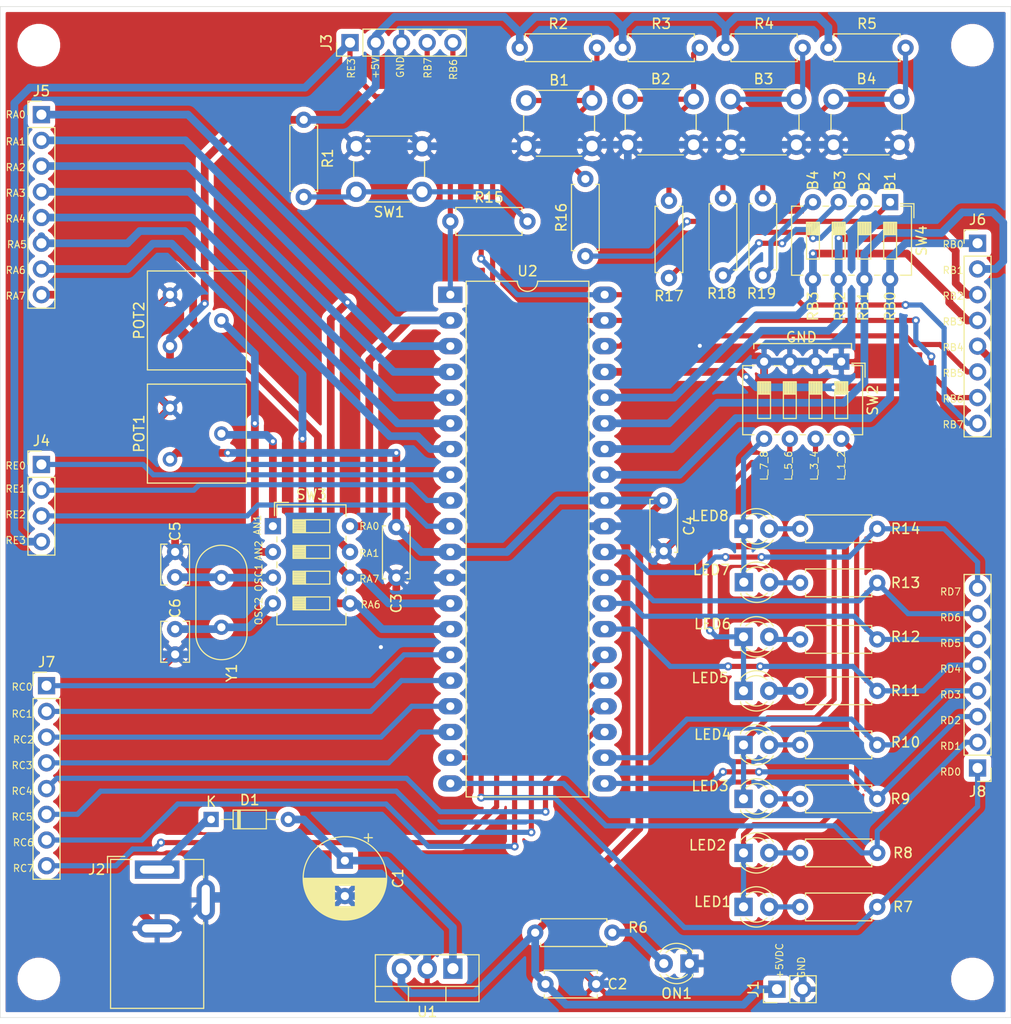
<source format=kicad_pcb>
(kicad_pcb (version 20171130) (host pcbnew "(5.1.8)-1")
  (layers (0 F.Cu signal) (31 B.Cu signal) (34 B.Paste user) (35 F.Paste user) (36 B.SilkS user) (37 F.SilkS user) (38 B.Mask user) (39 F.Mask user) (44 Edge.Cuts user))
  (net 0 "")
  (net 1 /B1)
  (net 2 GND)
  (net 3 /B2)
  (net 4 /B3)
  (net 5 /B4)
  (net 6 "Net-(C1-Pad1)")
  (net 7 +5V)
  (net 8 /OSC1)
  (net 9 /OSC2)
  (net 10 "Net-(D1-Pad1)")
  (net 11 /RE3)
  (net 12 /RB7)
  (net 13 /RB6)
  (net 14 /RE0)
  (net 15 /RE1)
  (net 16 /RE2)
  (net 17 /RA7)
  (net 18 /RA6)
  (net 19 /RA5)
  (net 20 /RA4)
  (net 21 /RA3)
  (net 22 /RA2)
  (net 23 /RA1)
  (net 24 /RA0)
  (net 25 /RB0)
  (net 26 /RB1)
  (net 27 /RB2)
  (net 28 /RB3)
  (net 29 /RB4)
  (net 30 /RB5)
  (net 31 /RC4)
  (net 32 /RC5)
  (net 33 /RC6)
  (net 34 /RC7)
  (net 35 /RC3)
  (net 36 /RC2)
  (net 37 /RC1)
  (net 38 /RC0)
  (net 39 /RD0)
  (net 40 /RD1)
  (net 41 /RD2)
  (net 42 /RD3)
  (net 43 /RD4)
  (net 44 /RD5)
  (net 45 /RD6)
  (net 46 /RD7)
  (net 47 "Net-(LED1-Pad2)")
  (net 48 /L_1_2)
  (net 49 "Net-(LED2-Pad2)")
  (net 50 "Net-(LED3-Pad2)")
  (net 51 /L_3_4)
  (net 52 "Net-(LED4-Pad2)")
  (net 53 "Net-(LED5-Pad2)")
  (net 54 /L_5_6)
  (net 55 "Net-(LED6-Pad2)")
  (net 56 /L_7_8)
  (net 57 "Net-(LED7-Pad2)")
  (net 58 "Net-(LED8-Pad2)")
  (net 59 "Net-(ON1-Pad2)")
  (net 60 /AN1)
  (net 61 /AN2)
  (net 62 "Net-(B1-Pad1)")
  (net 63 "Net-(B2-Pad1)")
  (net 64 "Net-(B3-Pad1)")
  (net 65 "Net-(B4-Pad1)")
  (net 66 "Net-(R1-Pad2)")
  (module Connector_PinHeader_2.54mm:PinHeader_1x08_P2.54mm_Vertical (layer F.Cu) (at 192.024 125.984 180)
    (fp_text reference J8 (at 0 -2.33) (layer F.SilkS))
    (fp_text value PORTD)
    (pad 8 thru_hole oval (at 0 17.78 180) (size 1.7 1.7) (drill 1) (layers *.Cu *.Mask) (net 46 /RD7))
    (pad 7 thru_hole oval (at 0 15.24 180) (size 1.7 1.7) (drill 1) (layers *.Cu *.Mask) (net 45 /RD6))
    (pad 6 thru_hole oval (at 0 12.7 180) (size 1.7 1.7) (drill 1) (layers *.Cu *.Mask) (net 44 /RD5))
    (pad 5 thru_hole oval (at 0 10.16 180) (size 1.7 1.7) (drill 1) (layers *.Cu *.Mask) (net 43 /RD4))
    (pad 4 thru_hole oval (at 0 7.62 180) (size 1.7 1.7) (drill 1) (layers *.Cu *.Mask) (net 42 /RD3))
    (pad 3 thru_hole oval (at 0 5.08 180) (size 1.7 1.7) (drill 1) (layers *.Cu *.Mask) (net 41 /RD2))
    (pad 2 thru_hole oval (at 0 2.54 180) (size 1.7 1.7) (drill 1) (layers *.Cu *.Mask) (net 40 /RD1))
    (pad 1 thru_hole rect (at 0 0 180) (size 1.7 1.7) (drill 1) (layers *.Cu *.Mask) (net 39 /RD0))
  )
  (module Connector_PinHeader_2.54mm:PinHeader_1x08_P2.54mm_Vertical (layer F.Cu) (at 100.076 117.856)
    (fp_text reference J7 (at 0 -2.33) (layer F.SilkS))
    (fp_text value PORTC)
    (pad 8 thru_hole oval (at 0 17.78) (size 1.7 1.7) (drill 1) (layers *.Cu *.Mask) (net 34 /RC7))
    (pad 7 thru_hole oval (at 0 15.24) (size 1.7 1.7) (drill 1) (layers *.Cu *.Mask) (net 33 /RC6))
    (pad 6 thru_hole oval (at 0 12.7) (size 1.7 1.7) (drill 1) (layers *.Cu *.Mask) (net 32 /RC5))
    (pad 5 thru_hole oval (at 0 10.16) (size 1.7 1.7) (drill 1) (layers *.Cu *.Mask) (net 31 /RC4))
    (pad 4 thru_hole oval (at 0 7.62) (size 1.7 1.7) (drill 1) (layers *.Cu *.Mask) (net 35 /RC3))
    (pad 3 thru_hole oval (at 0 5.08) (size 1.7 1.7) (drill 1) (layers *.Cu *.Mask) (net 36 /RC2))
    (pad 2 thru_hole oval (at 0 2.54) (size 1.7 1.7) (drill 1) (layers *.Cu *.Mask) (net 37 /RC1))
    (pad 1 thru_hole rect (at 0 0) (size 1.7 1.7) (drill 1) (layers *.Cu *.Mask) (net 38 /RC0))
  )
  (module Connector_PinHeader_2.54mm:PinHeader_1x08_P2.54mm_Vertical (layer F.Cu) (at 192.024 74.168)
    (fp_text reference J6 (at 0 -2.33) (layer F.SilkS))
    (fp_text value PORTB)
    (pad 8 thru_hole oval (at 0 17.78) (size 1.7 1.7) (drill 1) (layers *.Cu *.Mask) (net 12 /RB7))
    (pad 7 thru_hole oval (at 0 15.24) (size 1.7 1.7) (drill 1) (layers *.Cu *.Mask) (net 13 /RB6))
    (pad 6 thru_hole oval (at 0 12.7) (size 1.7 1.7) (drill 1) (layers *.Cu *.Mask) (net 30 /RB5))
    (pad 5 thru_hole oval (at 0 10.16) (size 1.7 1.7) (drill 1) (layers *.Cu *.Mask) (net 29 /RB4))
    (pad 4 thru_hole oval (at 0 7.62) (size 1.7 1.7) (drill 1) (layers *.Cu *.Mask) (net 28 /RB3))
    (pad 3 thru_hole oval (at 0 5.08) (size 1.7 1.7) (drill 1) (layers *.Cu *.Mask) (net 27 /RB2))
    (pad 2 thru_hole oval (at 0 2.54) (size 1.7 1.7) (drill 1) (layers *.Cu *.Mask) (net 26 /RB1))
    (pad 1 thru_hole rect (at 0 0) (size 1.7 1.7) (drill 1) (layers *.Cu *.Mask) (net 25 /RB0))
  )
  (module Connector_PinHeader_2.54mm:PinHeader_1x08_P2.54mm_Vertical (layer F.Cu) (at 99.568 61.468)
    (fp_text reference J5 (at 0 -2.33) (layer F.SilkS))
    (fp_text value PORTA)
    (pad 8 thru_hole oval (at 0 17.78) (size 1.7 1.7) (drill 1) (layers *.Cu *.Mask) (net 17 /RA7))
    (pad 7 thru_hole oval (at 0 15.24) (size 1.7 1.7) (drill 1) (layers *.Cu *.Mask) (net 18 /RA6))
    (pad 6 thru_hole oval (at 0 12.7) (size 1.7 1.7) (drill 1) (layers *.Cu *.Mask) (net 19 /RA5))
    (pad 5 thru_hole oval (at 0 10.16) (size 1.7 1.7) (drill 1) (layers *.Cu *.Mask) (net 20 /RA4))
    (pad 4 thru_hole oval (at 0 7.62) (size 1.7 1.7) (drill 1) (layers *.Cu *.Mask) (net 21 /RA3))
    (pad 3 thru_hole oval (at 0 5.08) (size 1.7 1.7) (drill 1) (layers *.Cu *.Mask) (net 22 /RA2))
    (pad 2 thru_hole oval (at 0 2.54) (size 1.7 1.7) (drill 1) (layers *.Cu *.Mask) (net 23 /RA1))
    (pad 1 thru_hole rect (at 0 0) (size 1.7 1.7) (drill 1) (layers *.Cu *.Mask) (net 24 /RA0))
  )
  (module Connector_PinHeader_2.54mm:PinHeader_1x04_P2.54mm_Vertical (layer F.Cu) (at 99.568 96.012)
    (fp_text reference J4 (at 0 -2.33) (layer F.SilkS))
    (fp_text value PORTE)
    (pad 4 thru_hole oval (at 0 7.62) (size 1.7 1.7) (drill 1) (layers *.Cu *.Mask) (net 11 /RE3))
    (pad 3 thru_hole oval (at 0 5.08) (size 1.7 1.7) (drill 1) (layers *.Cu *.Mask) (net 16 /RE2))
    (pad 2 thru_hole oval (at 0 2.54) (size 1.7 1.7) (drill 1) (layers *.Cu *.Mask) (net 15 /RE1))
    (pad 1 thru_hole rect (at 0 0) (size 1.7 1.7) (drill 1) (layers *.Cu *.Mask) (net 14 /RE0))
  )
  (module Connector_PinHeader_2.54mm:PinHeader_1x05_P2.54mm_Vertical (layer F.Cu) (at 130.048 54.356 90)
    (fp_text reference J3 (at 0 -2.33 90) (layer F.SilkS))
    (fp_text value ICSP)
    (pad 5 thru_hole oval (at 0 10.16 90) (size 1.7 1.7) (drill 1) (layers *.Cu *.Mask) (net 13 /RB6))
    (pad 4 thru_hole oval (at 0 7.62 90) (size 1.7 1.7) (drill 1) (layers *.Cu *.Mask) (net 12 /RB7))
    (pad 3 thru_hole oval (at 0 5.08 90) (size 1.7 1.7) (drill 1) (layers *.Cu *.Mask) (net 2 GND))
    (pad 2 thru_hole oval (at 0 2.54 90) (size 1.7 1.7) (drill 1) (layers *.Cu *.Mask) (net 7 +5V))
    (pad 1 thru_hole rect (at 0 0 90) (size 1.7 1.7) (drill 1) (layers *.Cu *.Mask) (net 11 /RE3))
  )
  (module Connector_PinHeader_2.54mm:PinHeader_1x02_P2.54mm_Vertical (layer F.Cu) (at 172.212 147.828 90)
    (fp_text reference J1 (at 0 -2.33 90) (layer F.SilkS))
    (fp_text value +5Vdc)
    (pad 2 thru_hole oval (at 0 2.54 90) (size 1.7 1.7) (drill 1) (layers *.Cu *.Mask) (net 2 GND))
    (pad 1 thru_hole rect (at 0 0 90) (size 1.7 1.7) (drill 1) (layers *.Cu *.Mask) (net 7 +5V))
  )
  (module Connector_BarrelJack:BarrelJack_Wuerth_6941xx301002 (layer F.Cu) (at 110.998 136.017)
    (fp_text reference J2 (at -5.969 0) (layer F.SilkS))
    (fp_text value PWR)
    (pad 1 thru_hole rect (at 0 0) (size 4.4 1.8) (drill oval 3.4 0.8) (layers *.Cu *.Mask) (net 10 "Net-(D1-Pad1)"))
    (pad 2 thru_hole oval (at 0 5.8) (size 4 1.8) (drill oval 3 0.8) (layers *.Cu *.Mask) (net 2 GND))
    (pad 3 thru_hole oval (at 4.8 3 90) (size 4 1.8) (drill oval 3 0.8) (layers *.Cu *.Mask) (net 2 GND))
  )
  (module Resistor_THT:R_Axial_DIN0207_L6.3mm_D2.5mm_P7.62mm_Horizontal (layer F.Cu) (at 170.815 77.343 90)
    (fp_text reference R19 (at -1.778 -0.127 180) (layer F.SilkS))
    (fp_text value 470R)
    (pad 2 thru_hole oval (at 7.62 0 90) (size 1.6 1.6) (drill 0.8) (layers *.Cu *.Mask) (net 65 "Net-(B4-Pad1)"))
    (pad 1 thru_hole circle (at 0 0 90) (size 1.6 1.6) (drill 0.8) (layers *.Cu *.Mask) (net 5 /B4))
  )
  (module Resistor_THT:R_Axial_DIN0207_L6.3mm_D2.5mm_P7.62mm_Horizontal (layer F.Cu) (at 166.878 77.343 90)
    (fp_text reference R18 (at -1.778 -0.127 180) (layer F.SilkS))
    (fp_text value 470R)
    (pad 2 thru_hole oval (at 7.62 0 90) (size 1.6 1.6) (drill 0.8) (layers *.Cu *.Mask) (net 64 "Net-(B3-Pad1)"))
    (pad 1 thru_hole circle (at 0 0 90) (size 1.6 1.6) (drill 0.8) (layers *.Cu *.Mask) (net 4 /B3))
  )
  (module Resistor_THT:R_Axial_DIN0207_L6.3mm_D2.5mm_P7.62mm_Horizontal (layer F.Cu) (at 161.544 77.597 90)
    (fp_text reference R17 (at -1.778 0 180) (layer F.SilkS))
    (fp_text value 470R)
    (pad 2 thru_hole oval (at 7.62 0 90) (size 1.6 1.6) (drill 0.8) (layers *.Cu *.Mask) (net 63 "Net-(B2-Pad1)"))
    (pad 1 thru_hole circle (at 0 0 90) (size 1.6 1.6) (drill 0.8) (layers *.Cu *.Mask) (net 3 /B2))
  )
  (module Resistor_THT:R_Axial_DIN0207_L6.3mm_D2.5mm_P7.62mm_Horizontal (layer F.Cu) (at 153.289 75.438 90)
    (fp_text reference R16 (at 3.81 -2.37 90) (layer F.SilkS))
    (fp_text value 470R)
    (pad 2 thru_hole oval (at 7.62 0 90) (size 1.6 1.6) (drill 0.8) (layers *.Cu *.Mask) (net 62 "Net-(B1-Pad1)"))
    (pad 1 thru_hole circle (at 0 0 90) (size 1.6 1.6) (drill 0.8) (layers *.Cu *.Mask) (net 1 /B1))
  )
  (module Resistor_THT:R_Axial_DIN0207_L6.3mm_D2.5mm_P7.62mm_Horizontal (layer F.Cu) (at 139.954 72.009)
    (fp_text reference R15 (at 3.81 -2.37) (layer F.SilkS))
    (fp_text value 470R)
    (pad 2 thru_hole oval (at 7.62 0) (size 1.6 1.6) (drill 0.8) (layers *.Cu *.Mask) (net 66 "Net-(R1-Pad2)"))
    (pad 1 thru_hole circle (at 0 0) (size 1.6 1.6) (drill 0.8) (layers *.Cu *.Mask) (net 11 /RE3))
  )
  (module MountingHole:MountingHole_3.2mm_M3 (layer F.Cu) (at 99.314 146.812)
    (fp_text reference "" (at 0 -4.2) (layer F.SilkS))
    (fp_text value "")
    (pad 1 np_thru_hole circle (at 0 0) (size 3.2 3.2) (drill 3.2) (layers *.Cu *.Mask))
  )
  (module MountingHole:MountingHole_3.2mm_M3 (layer F.Cu) (at 191.516 146.812)
    (fp_text reference "" (at 0 -4.2) (layer F.SilkS))
    (fp_text value "")
    (pad 1 np_thru_hole circle (at 0 0) (size 3.2 3.2) (drill 3.2) (layers *.Cu *.Mask))
  )
  (module MountingHole:MountingHole_3.2mm_M3 (layer F.Cu) (at 191.516 54.61)
    (fp_text reference "" (at 0 -4.2) (layer F.SilkS))
    (fp_text value "")
    (pad 1 np_thru_hole circle (at 0 0) (size 3.2 3.2) (drill 3.2) (layers *.Cu *.Mask))
  )
  (module MountingHole:MountingHole_3.2mm_M3 (layer F.Cu) (at 99.314 54.61)
    (fp_text reference "" (at 0 -4.2) (layer F.SilkS))
    (fp_text value "")
    (pad 1 np_thru_hole circle (at 0 0) (size 3.2 3.2) (drill 3.2) (layers *.Cu *.Mask))
  )
  (module Package_DIP:DIP-40_W15.24mm_LongPads (layer F.Cu) (at 139.954 79.248)
    (fp_text reference U2 (at 7.62 -2.33) (layer F.SilkS))
    (fp_text value MCU_PIC18F4620)
    (pad 40 thru_hole oval (at 15.24 0) (size 2.4 1.6) (drill 0.8) (layers *.Cu *.Mask) (net 12 /RB7))
    (pad 20 thru_hole oval (at 0 48.26) (size 2.4 1.6) (drill 0.8) (layers *.Cu *.Mask) (net 40 /RD1))
    (pad 39 thru_hole oval (at 15.24 2.54) (size 2.4 1.6) (drill 0.8) (layers *.Cu *.Mask) (net 13 /RB6))
    (pad 19 thru_hole oval (at 0 45.72) (size 2.4 1.6) (drill 0.8) (layers *.Cu *.Mask) (net 39 /RD0))
    (pad 38 thru_hole oval (at 15.24 5.08) (size 2.4 1.6) (drill 0.8) (layers *.Cu *.Mask) (net 30 /RB5))
    (pad 18 thru_hole oval (at 0 43.18) (size 2.4 1.6) (drill 0.8) (layers *.Cu *.Mask) (net 35 /RC3))
    (pad 37 thru_hole oval (at 15.24 7.62) (size 2.4 1.6) (drill 0.8) (layers *.Cu *.Mask) (net 29 /RB4))
    (pad 17 thru_hole oval (at 0 40.64) (size 2.4 1.6) (drill 0.8) (layers *.Cu *.Mask) (net 36 /RC2))
    (pad 36 thru_hole oval (at 15.24 10.16) (size 2.4 1.6) (drill 0.8) (layers *.Cu *.Mask) (net 28 /RB3))
    (pad 16 thru_hole oval (at 0 38.1) (size 2.4 1.6) (drill 0.8) (layers *.Cu *.Mask) (net 37 /RC1))
    (pad 35 thru_hole oval (at 15.24 12.7) (size 2.4 1.6) (drill 0.8) (layers *.Cu *.Mask) (net 27 /RB2))
    (pad 15 thru_hole oval (at 0 35.56) (size 2.4 1.6) (drill 0.8) (layers *.Cu *.Mask) (net 38 /RC0))
    (pad 34 thru_hole oval (at 15.24 15.24) (size 2.4 1.6) (drill 0.8) (layers *.Cu *.Mask) (net 26 /RB1))
    (pad 14 thru_hole oval (at 0 33.02) (size 2.4 1.6) (drill 0.8) (layers *.Cu *.Mask) (net 18 /RA6))
    (pad 33 thru_hole oval (at 15.24 17.78) (size 2.4 1.6) (drill 0.8) (layers *.Cu *.Mask) (net 25 /RB0))
    (pad 13 thru_hole oval (at 0 30.48) (size 2.4 1.6) (drill 0.8) (layers *.Cu *.Mask) (net 17 /RA7))
    (pad 32 thru_hole oval (at 15.24 20.32) (size 2.4 1.6) (drill 0.8) (layers *.Cu *.Mask) (net 7 +5V))
    (pad 12 thru_hole oval (at 0 27.94) (size 2.4 1.6) (drill 0.8) (layers *.Cu *.Mask) (net 2 GND))
    (pad 31 thru_hole oval (at 15.24 22.86) (size 2.4 1.6) (drill 0.8) (layers *.Cu *.Mask) (net 2 GND))
    (pad 11 thru_hole oval (at 0 25.4) (size 2.4 1.6) (drill 0.8) (layers *.Cu *.Mask) (net 7 +5V))
    (pad 30 thru_hole oval (at 15.24 25.4) (size 2.4 1.6) (drill 0.8) (layers *.Cu *.Mask) (net 46 /RD7))
    (pad 10 thru_hole oval (at 0 22.86) (size 2.4 1.6) (drill 0.8) (layers *.Cu *.Mask) (net 16 /RE2))
    (pad 29 thru_hole oval (at 15.24 27.94) (size 2.4 1.6) (drill 0.8) (layers *.Cu *.Mask) (net 45 /RD6))
    (pad 9 thru_hole oval (at 0 20.32) (size 2.4 1.6) (drill 0.8) (layers *.Cu *.Mask) (net 15 /RE1))
    (pad 28 thru_hole oval (at 15.24 30.48) (size 2.4 1.6) (drill 0.8) (layers *.Cu *.Mask) (net 44 /RD5))
    (pad 8 thru_hole oval (at 0 17.78) (size 2.4 1.6) (drill 0.8) (layers *.Cu *.Mask) (net 14 /RE0))
    (pad 27 thru_hole oval (at 15.24 33.02) (size 2.4 1.6) (drill 0.8) (layers *.Cu *.Mask) (net 43 /RD4))
    (pad 7 thru_hole oval (at 0 15.24) (size 2.4 1.6) (drill 0.8) (layers *.Cu *.Mask) (net 19 /RA5))
    (pad 26 thru_hole oval (at 15.24 35.56) (size 2.4 1.6) (drill 0.8) (layers *.Cu *.Mask) (net 34 /RC7))
    (pad 6 thru_hole oval (at 0 12.7) (size 2.4 1.6) (drill 0.8) (layers *.Cu *.Mask) (net 20 /RA4))
    (pad 25 thru_hole oval (at 15.24 38.1) (size 2.4 1.6) (drill 0.8) (layers *.Cu *.Mask) (net 33 /RC6))
    (pad 5 thru_hole oval (at 0 10.16) (size 2.4 1.6) (drill 0.8) (layers *.Cu *.Mask) (net 21 /RA3))
    (pad 24 thru_hole oval (at 15.24 40.64) (size 2.4 1.6) (drill 0.8) (layers *.Cu *.Mask) (net 32 /RC5))
    (pad 4 thru_hole oval (at 0 7.62) (size 2.4 1.6) (drill 0.8) (layers *.Cu *.Mask) (net 22 /RA2))
    (pad 23 thru_hole oval (at 15.24 43.18) (size 2.4 1.6) (drill 0.8) (layers *.Cu *.Mask) (net 31 /RC4))
    (pad 3 thru_hole oval (at 0 5.08) (size 2.4 1.6) (drill 0.8) (layers *.Cu *.Mask) (net 23 /RA1))
    (pad 22 thru_hole oval (at 15.24 45.72) (size 2.4 1.6) (drill 0.8) (layers *.Cu *.Mask) (net 42 /RD3))
    (pad 2 thru_hole oval (at 0 2.54) (size 2.4 1.6) (drill 0.8) (layers *.Cu *.Mask) (net 24 /RA0))
    (pad 21 thru_hole oval (at 15.24 48.26) (size 2.4 1.6) (drill 0.8) (layers *.Cu *.Mask) (net 41 /RD2))
    (pad 1 thru_hole rect (at 0 0) (size 2.4 1.6) (drill 0.8) (layers *.Cu *.Mask) (net 11 /RE3))
  )
  (module Button_Switch_THT:SW_PUSH_6mm_H4.3mm (layer F.Cu) (at 147.447 60.071)
    (fp_text reference B1 (at 3.25 -2) (layer F.SilkS))
    (fp_text value B1)
    (pad 1 thru_hole circle (at 6.5 0 90) (size 2 2) (drill 1.1) (layers *.Cu *.Mask) (net 62 "Net-(B1-Pad1)"))
    (pad 2 thru_hole circle (at 6.5 4.5 90) (size 2 2) (drill 1.1) (layers *.Cu *.Mask) (net 2 GND))
    (pad 1 thru_hole circle (at 0 0 90) (size 2 2) (drill 1.1) (layers *.Cu *.Mask) (net 62 "Net-(B1-Pad1)"))
    (pad 2 thru_hole circle (at 0 4.5 90) (size 2 2) (drill 1.1) (layers *.Cu *.Mask) (net 2 GND))
  )
  (module Button_Switch_THT:SW_PUSH_6mm_H4.3mm (layer F.Cu) (at 157.48 59.944)
    (fp_text reference B2 (at 3.25 -2) (layer F.SilkS))
    (fp_text value B2)
    (pad 2 thru_hole circle (at 0 4.5 90) (size 2 2) (drill 1.1) (layers *.Cu *.Mask) (net 2 GND))
    (pad 1 thru_hole circle (at 0 0 90) (size 2 2) (drill 1.1) (layers *.Cu *.Mask) (net 63 "Net-(B2-Pad1)"))
    (pad 2 thru_hole circle (at 6.5 4.5 90) (size 2 2) (drill 1.1) (layers *.Cu *.Mask) (net 2 GND))
    (pad 1 thru_hole circle (at 6.5 0 90) (size 2 2) (drill 1.1) (layers *.Cu *.Mask) (net 63 "Net-(B2-Pad1)"))
  )
  (module Button_Switch_THT:SW_PUSH_6mm_H4.3mm (layer F.Cu) (at 167.64 59.944)
    (fp_text reference B3 (at 3.25 -2) (layer F.SilkS))
    (fp_text value B3)
    (pad 1 thru_hole circle (at 6.5 0 90) (size 2 2) (drill 1.1) (layers *.Cu *.Mask) (net 64 "Net-(B3-Pad1)"))
    (pad 2 thru_hole circle (at 6.5 4.5 90) (size 2 2) (drill 1.1) (layers *.Cu *.Mask) (net 2 GND))
    (pad 1 thru_hole circle (at 0 0 90) (size 2 2) (drill 1.1) (layers *.Cu *.Mask) (net 64 "Net-(B3-Pad1)"))
    (pad 2 thru_hole circle (at 0 4.5 90) (size 2 2) (drill 1.1) (layers *.Cu *.Mask) (net 2 GND))
  )
  (module Button_Switch_THT:SW_PUSH_6mm_H4.3mm (layer F.Cu) (at 177.8 59.944)
    (fp_text reference B4 (at 3.25 -2) (layer F.SilkS))
    (fp_text value B4)
    (pad 2 thru_hole circle (at 0 4.5 90) (size 2 2) (drill 1.1) (layers *.Cu *.Mask) (net 2 GND))
    (pad 1 thru_hole circle (at 0 0 90) (size 2 2) (drill 1.1) (layers *.Cu *.Mask) (net 65 "Net-(B4-Pad1)"))
    (pad 2 thru_hole circle (at 6.5 4.5 90) (size 2 2) (drill 1.1) (layers *.Cu *.Mask) (net 2 GND))
    (pad 1 thru_hole circle (at 6.5 0 90) (size 2 2) (drill 1.1) (layers *.Cu *.Mask) (net 65 "Net-(B4-Pad1)"))
  )
  (module Capacitor_THT:CP_Radial_D8.0mm_P3.50mm (layer F.Cu) (at 129.54 135.128 270)
    (fp_text reference C1 (at 1.75 -5.25 90) (layer F.SilkS))
    (fp_text value 100uF)
    (pad 1 thru_hole rect (at 0 0 270) (size 1.6 1.6) (drill 0.8) (layers *.Cu *.Mask) (net 6 "Net-(C1-Pad1)"))
    (pad 2 thru_hole circle (at 3.5 0 270) (size 1.6 1.6) (drill 0.8) (layers *.Cu *.Mask) (net 2 GND))
  )
  (module Capacitor_THT:C_Disc_D5.0mm_W2.5mm_P5.00mm (layer F.Cu) (at 149.352 147.32)
    (fp_text reference C2 (at 7.112 0) (layer F.SilkS))
    (fp_text value 100nF)
    (pad 1 thru_hole circle (at 0 0) (size 1.6 1.6) (drill 0.8) (layers *.Cu *.Mask) (net 7 +5V))
    (pad 2 thru_hole circle (at 5 0) (size 1.6 1.6) (drill 0.8) (layers *.Cu *.Mask) (net 2 GND))
  )
  (module Capacitor_THT:C_Disc_D5.0mm_W2.5mm_P5.00mm (layer F.Cu) (at 134.62 102.188 270)
    (fp_text reference C3 (at 7.54 0 90) (layer F.SilkS))
    (fp_text value 100nF)
    (pad 2 thru_hole circle (at 5 0 270) (size 1.6 1.6) (drill 0.8) (layers *.Cu *.Mask) (net 2 GND))
    (pad 1 thru_hole circle (at 0 0 270) (size 1.6 1.6) (drill 0.8) (layers *.Cu *.Mask) (net 7 +5V))
  )
  (module Capacitor_THT:C_Disc_D5.0mm_W2.5mm_P5.00mm (layer F.Cu) (at 161.036 99.568 270)
    (fp_text reference C4 (at 2.5 -2.5 90) (layer F.SilkS))
    (fp_text value 100nF)
    (pad 1 thru_hole circle (at 0 0 270) (size 1.6 1.6) (drill 0.8) (layers *.Cu *.Mask) (net 7 +5V))
    (pad 2 thru_hole circle (at 5 0 270) (size 1.6 1.6) (drill 0.8) (layers *.Cu *.Mask) (net 2 GND))
  )
  (module Capacitor_THT:C_Disc_D3.8mm_W2.6mm_P2.50mm (layer F.Cu) (at 112.776 107.148 90)
    (fp_text reference C5 (at 4.532 0 90) (layer F.SilkS))
    (fp_text value 22pF)
    (pad 2 thru_hole circle (at 2.5 0 90) (size 1.6 1.6) (drill 0.8) (layers *.Cu *.Mask) (net 2 GND))
    (pad 1 thru_hole circle (at 0 0 90) (size 1.6 1.6) (drill 0.8) (layers *.Cu *.Mask) (net 8 /OSC1))
  )
  (module Capacitor_THT:C_Disc_D3.8mm_W2.6mm_P2.50mm (layer F.Cu) (at 112.776 112.268 270)
    (fp_text reference C6 (at -2.072 0 90) (layer F.SilkS))
    (fp_text value 22pF)
    (pad 1 thru_hole circle (at 0 0 270) (size 1.6 1.6) (drill 0.8) (layers *.Cu *.Mask) (net 9 /OSC2))
    (pad 2 thru_hole circle (at 2.5 0 270) (size 1.6 1.6) (drill 0.8) (layers *.Cu *.Mask) (net 2 GND))
  )
  (module Diode_THT:D_DO-34_SOD68_P7.62mm_Horizontal (layer F.Cu) (at 116.332 131.064)
    (fp_text reference D1 (at 3.81 -1.92) (layer F.SilkS))
    (fp_text value DIODE)
    (fp_text user K (at 0 -1.75) (layer F.SilkS))
    (pad 1 thru_hole rect (at 0 0) (size 1.5 1.5) (drill 0.75) (layers *.Cu *.Mask) (net 10 "Net-(D1-Pad1)"))
    (pad 2 thru_hole oval (at 7.62 0) (size 1.5 1.5) (drill 0.75) (layers *.Cu *.Mask) (net 6 "Net-(C1-Pad1)"))
  )
  (module LED_THT:LED_D3.0mm (layer F.Cu) (at 168.91 139.7)
    (fp_text reference LED1 (at -3.048 -0.508) (layer F.SilkS))
    (fp_text value LED)
    (pad 2 thru_hole circle (at 2.54 0) (size 1.8 1.8) (drill 0.9) (layers *.Cu *.Mask) (net 47 "Net-(LED1-Pad2)"))
    (pad 1 thru_hole rect (at 0 0) (size 1.8 1.8) (drill 0.9) (layers *.Cu *.Mask) (net 48 /L_1_2))
  )
  (module LED_THT:LED_D3.0mm (layer F.Cu) (at 168.91 134.366)
    (fp_text reference LED2 (at -3.556 -0.762) (layer F.SilkS))
    (fp_text value LED)
    (pad 1 thru_hole rect (at 0 0) (size 1.8 1.8) (drill 0.9) (layers *.Cu *.Mask) (net 48 /L_1_2))
    (pad 2 thru_hole circle (at 2.54 0) (size 1.8 1.8) (drill 0.9) (layers *.Cu *.Mask) (net 49 "Net-(LED2-Pad2)"))
  )
  (module LED_THT:LED_D3.0mm (layer F.Cu) (at 168.91 129.032)
    (fp_text reference LED3 (at -3.302 -1.27) (layer F.SilkS))
    (fp_text value LED)
    (pad 2 thru_hole circle (at 2.54 0) (size 1.8 1.8) (drill 0.9) (layers *.Cu *.Mask) (net 50 "Net-(LED3-Pad2)"))
    (pad 1 thru_hole rect (at 0 0) (size 1.8 1.8) (drill 0.9) (layers *.Cu *.Mask) (net 51 /L_3_4))
  )
  (module LED_THT:LED_D3.0mm (layer F.Cu) (at 168.91 123.698)
    (fp_text reference LED4 (at -3.048 -1.016) (layer F.SilkS))
    (fp_text value LED)
    (pad 1 thru_hole rect (at 0 0) (size 1.8 1.8) (drill 0.9) (layers *.Cu *.Mask) (net 51 /L_3_4))
    (pad 2 thru_hole circle (at 2.54 0) (size 1.8 1.8) (drill 0.9) (layers *.Cu *.Mask) (net 52 "Net-(LED4-Pad2)"))
  )
  (module LED_THT:LED_D3.0mm (layer F.Cu) (at 168.91 118.364)
    (fp_text reference LED5 (at -3.302 -1.27) (layer F.SilkS))
    (fp_text value LED)
    (pad 2 thru_hole circle (at 2.54 0) (size 1.8 1.8) (drill 0.9) (layers *.Cu *.Mask) (net 53 "Net-(LED5-Pad2)"))
    (pad 1 thru_hole rect (at 0 0) (size 1.8 1.8) (drill 0.9) (layers *.Cu *.Mask) (net 54 /L_5_6))
  )
  (module LED_THT:LED_D3.0mm (layer F.Cu) (at 168.91 113.03)
    (fp_text reference LED6 (at -3.048 -1.27) (layer F.SilkS))
    (fp_text value LED)
    (pad 1 thru_hole rect (at 0 0) (size 1.8 1.8) (drill 0.9) (layers *.Cu *.Mask) (net 54 /L_5_6))
    (pad 2 thru_hole circle (at 2.54 0) (size 1.8 1.8) (drill 0.9) (layers *.Cu *.Mask) (net 55 "Net-(LED6-Pad2)"))
  )
  (module LED_THT:LED_D3.0mm (layer F.Cu) (at 168.940001 107.639001)
    (fp_text reference LED7 (at -3.205001 -1.213001) (layer F.SilkS))
    (fp_text value LED)
    (pad 1 thru_hole rect (at 0 0) (size 1.8 1.8) (drill 0.9) (layers *.Cu *.Mask) (net 56 /L_7_8))
    (pad 2 thru_hole circle (at 2.54 0) (size 1.8 1.8) (drill 0.9) (layers *.Cu *.Mask) (net 57 "Net-(LED7-Pad2)"))
  )
  (module LED_THT:LED_D3.0mm (layer F.Cu) (at 168.91 102.362)
    (fp_text reference LED8 (at -3.302 -1.27) (layer F.SilkS))
    (fp_text value LED)
    (pad 1 thru_hole rect (at 0 0) (size 1.8 1.8) (drill 0.9) (layers *.Cu *.Mask) (net 56 /L_7_8))
    (pad 2 thru_hole circle (at 2.54 0) (size 1.8 1.8) (drill 0.9) (layers *.Cu *.Mask) (net 58 "Net-(LED8-Pad2)"))
  )
  (module LED_THT:LED_D3.0mm (layer F.Cu) (at 163.576 145.288 180)
    (fp_text reference ON1 (at 1.27 -2.96) (layer F.SilkS))
    (fp_text value LED)
    (pad 2 thru_hole circle (at 2.54 0 180) (size 1.8 1.8) (drill 0.9) (layers *.Cu *.Mask) (net 59 "Net-(ON1-Pad2)"))
    (pad 1 thru_hole rect (at 0 0 180) (size 1.8 1.8) (drill 0.9) (layers *.Cu *.Mask) (net 2 GND))
  )
  (module Potentiometer_THT:Potentiometer_Bourns_3386F_Vertical (layer F.Cu) (at 112.268 95.504)
    (fp_text reference POT1 (at -3.048 -2.54 270) (layer F.SilkS))
    (fp_text value R_POT)
    (pad 1 thru_hole circle (at 0 0) (size 1.44 1.44) (drill 0.8) (layers *.Cu *.Mask) (net 7 +5V))
    (pad 2 thru_hole circle (at 5.08 -2.54) (size 1.44 1.44) (drill 0.8) (layers *.Cu *.Mask) (net 60 /AN1))
    (pad 3 thru_hole circle (at 0 -5.08) (size 1.44 1.44) (drill 0.8) (layers *.Cu *.Mask) (net 2 GND))
  )
  (module Potentiometer_THT:Potentiometer_Bourns_3386F_Vertical (layer F.Cu) (at 112.268 84.328)
    (fp_text reference POT2 (at -3.048 -2.54 270) (layer F.SilkS))
    (fp_text value R_POT)
    (pad 3 thru_hole circle (at 0 -5.08) (size 1.44 1.44) (drill 0.8) (layers *.Cu *.Mask) (net 2 GND))
    (pad 2 thru_hole circle (at 5.08 -2.54) (size 1.44 1.44) (drill 0.8) (layers *.Cu *.Mask) (net 61 /AN2))
    (pad 1 thru_hole circle (at 0 0) (size 1.44 1.44) (drill 0.8) (layers *.Cu *.Mask) (net 7 +5V))
  )
  (module Resistor_THT:R_Axial_DIN0207_L6.3mm_D2.5mm_P7.62mm_Horizontal (layer F.Cu) (at 125.476 61.976 270)
    (fp_text reference R1 (at 3.81 -2.37 90) (layer F.SilkS))
    (fp_text value 10k)
    (pad 1 thru_hole circle (at 0 0 270) (size 1.6 1.6) (drill 0.8) (layers *.Cu *.Mask) (net 7 +5V))
    (pad 2 thru_hole oval (at 7.62 0 270) (size 1.6 1.6) (drill 0.8) (layers *.Cu *.Mask) (net 66 "Net-(R1-Pad2)"))
  )
  (module Resistor_THT:R_Axial_DIN0207_L6.3mm_D2.5mm_P7.62mm_Horizontal (layer F.Cu) (at 146.812 54.864)
    (fp_text reference R2 (at 3.81 -2.37) (layer F.SilkS))
    (fp_text value 10k)
    (pad 1 thru_hole circle (at 0 0) (size 1.6 1.6) (drill 0.8) (layers *.Cu *.Mask) (net 7 +5V))
    (pad 2 thru_hole oval (at 7.62 0) (size 1.6 1.6) (drill 0.8) (layers *.Cu *.Mask) (net 62 "Net-(B1-Pad1)"))
  )
  (module Resistor_THT:R_Axial_DIN0207_L6.3mm_D2.5mm_P7.62mm_Horizontal (layer F.Cu) (at 156.972 54.864)
    (fp_text reference R3 (at 3.81 -2.37) (layer F.SilkS))
    (fp_text value 10k)
    (pad 2 thru_hole oval (at 7.62 0) (size 1.6 1.6) (drill 0.8) (layers *.Cu *.Mask) (net 63 "Net-(B2-Pad1)"))
    (pad 1 thru_hole circle (at 0 0) (size 1.6 1.6) (drill 0.8) (layers *.Cu *.Mask) (net 7 +5V))
  )
  (module Resistor_THT:R_Axial_DIN0207_L6.3mm_D2.5mm_P7.62mm_Horizontal (layer F.Cu) (at 167.132 54.864)
    (fp_text reference R4 (at 3.81 -2.37) (layer F.SilkS))
    (fp_text value 10k)
    (pad 2 thru_hole oval (at 7.62 0) (size 1.6 1.6) (drill 0.8) (layers *.Cu *.Mask) (net 64 "Net-(B3-Pad1)"))
    (pad 1 thru_hole circle (at 0 0) (size 1.6 1.6) (drill 0.8) (layers *.Cu *.Mask) (net 7 +5V))
  )
  (module Resistor_THT:R_Axial_DIN0207_L6.3mm_D2.5mm_P7.62mm_Horizontal (layer F.Cu) (at 177.292 54.864)
    (fp_text reference R5 (at 3.81 -2.37) (layer F.SilkS))
    (fp_text value 10k)
    (pad 2 thru_hole oval (at 7.62 0) (size 1.6 1.6) (drill 0.8) (layers *.Cu *.Mask) (net 65 "Net-(B4-Pad1)"))
    (pad 1 thru_hole circle (at 0 0) (size 1.6 1.6) (drill 0.8) (layers *.Cu *.Mask) (net 7 +5V))
  )
  (module Resistor_THT:R_Axial_DIN0207_L6.3mm_D2.5mm_P7.62mm_Horizontal (layer F.Cu) (at 148.336 142.24)
    (fp_text reference R6 (at 10.16 -0.508) (layer F.SilkS))
    (fp_text value 1k)
    (pad 2 thru_hole oval (at 7.62 0) (size 1.6 1.6) (drill 0.8) (layers *.Cu *.Mask) (net 59 "Net-(ON1-Pad2)"))
    (pad 1 thru_hole circle (at 0 0) (size 1.6 1.6) (drill 0.8) (layers *.Cu *.Mask) (net 7 +5V))
  )
  (module Resistor_THT:R_Axial_DIN0207_L6.3mm_D2.5mm_P7.62mm_Horizontal (layer F.Cu) (at 182.118 139.7 180)
    (fp_text reference R7 (at -2.54 0) (layer F.SilkS))
    (fp_text value 1k)
    (pad 2 thru_hole oval (at 7.62 0 180) (size 1.6 1.6) (drill 0.8) (layers *.Cu *.Mask) (net 47 "Net-(LED1-Pad2)"))
    (pad 1 thru_hole circle (at 0 0 180) (size 1.6 1.6) (drill 0.8) (layers *.Cu *.Mask) (net 39 /RD0))
  )
  (module Resistor_THT:R_Axial_DIN0207_L6.3mm_D2.5mm_P7.62mm_Horizontal (layer F.Cu) (at 182.118 134.366 180)
    (fp_text reference R8 (at -2.54 0) (layer F.SilkS))
    (fp_text value 1k)
    (pad 1 thru_hole circle (at 0 0 180) (size 1.6 1.6) (drill 0.8) (layers *.Cu *.Mask) (net 40 /RD1))
    (pad 2 thru_hole oval (at 7.62 0 180) (size 1.6 1.6) (drill 0.8) (layers *.Cu *.Mask) (net 49 "Net-(LED2-Pad2)"))
  )
  (module Resistor_THT:R_Axial_DIN0207_L6.3mm_D2.5mm_P7.62mm_Horizontal (layer F.Cu) (at 182.118 129.032 180)
    (fp_text reference R9 (at -2.286 0) (layer F.SilkS))
    (fp_text value 1k)
    (pad 2 thru_hole oval (at 7.62 0 180) (size 1.6 1.6) (drill 0.8) (layers *.Cu *.Mask) (net 50 "Net-(LED3-Pad2)"))
    (pad 1 thru_hole circle (at 0 0 180) (size 1.6 1.6) (drill 0.8) (layers *.Cu *.Mask) (net 41 /RD2))
  )
  (module Resistor_THT:R_Axial_DIN0207_L6.3mm_D2.5mm_P7.62mm_Horizontal (layer F.Cu) (at 182.118 123.698 180)
    (fp_text reference R10 (at -2.794 0.254) (layer F.SilkS))
    (fp_text value 1k)
    (pad 1 thru_hole circle (at 0 0 180) (size 1.6 1.6) (drill 0.8) (layers *.Cu *.Mask) (net 42 /RD3))
    (pad 2 thru_hole oval (at 7.62 0 180) (size 1.6 1.6) (drill 0.8) (layers *.Cu *.Mask) (net 52 "Net-(LED4-Pad2)"))
  )
  (module Resistor_THT:R_Axial_DIN0207_L6.3mm_D2.5mm_P7.62mm_Horizontal (layer F.Cu) (at 182.118 118.364 180)
    (fp_text reference R11 (at -2.794 0) (layer F.SilkS))
    (fp_text value 1k)
    (pad 2 thru_hole oval (at 7.62 0 180) (size 1.6 1.6) (drill 0.8) (layers *.Cu *.Mask) (net 53 "Net-(LED5-Pad2)"))
    (pad 1 thru_hole circle (at 0 0 180) (size 1.6 1.6) (drill 0.8) (layers *.Cu *.Mask) (net 43 /RD4))
  )
  (module Resistor_THT:R_Axial_DIN0207_L6.3mm_D2.5mm_P7.62mm_Horizontal (layer F.Cu) (at 182.118 113.284 180)
    (fp_text reference R12 (at -2.794 0.254) (layer F.SilkS))
    (fp_text value 1k)
    (pad 1 thru_hole circle (at 0 0 180) (size 1.6 1.6) (drill 0.8) (layers *.Cu *.Mask) (net 44 /RD5))
    (pad 2 thru_hole oval (at 7.62 0 180) (size 1.6 1.6) (drill 0.8) (layers *.Cu *.Mask) (net 55 "Net-(LED6-Pad2)"))
  )
  (module Resistor_THT:R_Axial_DIN0207_L6.3mm_D2.5mm_P7.62mm_Horizontal (layer F.Cu) (at 182.118 107.696 180)
    (fp_text reference R13 (at -2.794 0) (layer F.SilkS))
    (fp_text value 1k)
    (pad 1 thru_hole circle (at 0 0 180) (size 1.6 1.6) (drill 0.8) (layers *.Cu *.Mask) (net 45 /RD6))
    (pad 2 thru_hole oval (at 7.62 0 180) (size 1.6 1.6) (drill 0.8) (layers *.Cu *.Mask) (net 57 "Net-(LED7-Pad2)"))
  )
  (module Resistor_THT:R_Axial_DIN0207_L6.3mm_D2.5mm_P7.62mm_Horizontal (layer F.Cu) (at 182.118 102.362 180)
    (fp_text reference R14 (at -2.794 0) (layer F.SilkS))
    (fp_text value 1k)
    (pad 1 thru_hole circle (at 0 0 180) (size 1.6 1.6) (drill 0.8) (layers *.Cu *.Mask) (net 46 /RD7))
    (pad 2 thru_hole oval (at 7.62 0 180) (size 1.6 1.6) (drill 0.8) (layers *.Cu *.Mask) (net 58 "Net-(LED8-Pad2)"))
  )
  (module Button_Switch_THT:SW_PUSH_6mm_H4.3mm (layer F.Cu) (at 137.16 69.088 180)
    (fp_text reference SW1 (at 3.25 -2) (layer F.SilkS))
    (fp_text value RESET)
    (pad 2 thru_hole circle (at 0 4.5 270) (size 2 2) (drill 1.1) (layers *.Cu *.Mask) (net 2 GND))
    (pad 1 thru_hole circle (at 0 0 270) (size 2 2) (drill 1.1) (layers *.Cu *.Mask) (net 66 "Net-(R1-Pad2)"))
    (pad 2 thru_hole circle (at 6.5 4.5 270) (size 2 2) (drill 1.1) (layers *.Cu *.Mask) (net 2 GND))
    (pad 1 thru_hole circle (at 6.5 0 270) (size 2 2) (drill 1.1) (layers *.Cu *.Mask) (net 66 "Net-(R1-Pad2)"))
  )
  (module Button_Switch_THT:SW_DIP_SPSTx04_Slide_6.7x11.72mm_W7.62mm_P2.54mm_LowProfile (layer F.Cu) (at 178.562 85.852 270)
    (fp_text reference SW2 (at 3.81 -3.11 90) (layer F.SilkS))
    (fp_text value SW_DIP_x04)
    (pad 1 thru_hole rect (at 0 0 270) (size 1.6 1.6) (drill 0.8) (layers *.Cu *.Mask) (net 2 GND))
    (pad 5 thru_hole oval (at 7.62 7.62 270) (size 1.6 1.6) (drill 0.8) (layers *.Cu *.Mask) (net 56 /L_7_8))
    (pad 2 thru_hole oval (at 0 2.54 270) (size 1.6 1.6) (drill 0.8) (layers *.Cu *.Mask) (net 2 GND))
    (pad 6 thru_hole oval (at 7.62 5.08 270) (size 1.6 1.6) (drill 0.8) (layers *.Cu *.Mask) (net 54 /L_5_6))
    (pad 3 thru_hole oval (at 0 5.08 270) (size 1.6 1.6) (drill 0.8) (layers *.Cu *.Mask) (net 2 GND))
    (pad 7 thru_hole oval (at 7.62 2.54 270) (size 1.6 1.6) (drill 0.8) (layers *.Cu *.Mask) (net 51 /L_3_4))
    (pad 4 thru_hole oval (at 0 7.62 270) (size 1.6 1.6) (drill 0.8) (layers *.Cu *.Mask) (net 2 GND))
    (pad 8 thru_hole oval (at 7.62 0 270) (size 1.6 1.6) (drill 0.8) (layers *.Cu *.Mask) (net 48 /L_1_2))
  )
  (module Button_Switch_THT:SW_DIP_SPSTx04_Slide_6.7x11.72mm_W7.62mm_P2.54mm_LowProfile (layer F.Cu) (at 122.428 102.108)
    (fp_text reference SW3 (at 3.81 -3.11) (layer F.SilkS))
    (fp_text value SW_DIP_x04)
    (pad 8 thru_hole oval (at 7.62 0) (size 1.6 1.6) (drill 0.8) (layers *.Cu *.Mask) (net 24 /RA0))
    (pad 4 thru_hole oval (at 0 7.62) (size 1.6 1.6) (drill 0.8) (layers *.Cu *.Mask) (net 9 /OSC2))
    (pad 7 thru_hole oval (at 7.62 2.54) (size 1.6 1.6) (drill 0.8) (layers *.Cu *.Mask) (net 23 /RA1))
    (pad 3 thru_hole oval (at 0 5.08) (size 1.6 1.6) (drill 0.8) (layers *.Cu *.Mask) (net 8 /OSC1))
    (pad 6 thru_hole oval (at 7.62 5.08) (size 1.6 1.6) (drill 0.8) (layers *.Cu *.Mask) (net 17 /RA7))
    (pad 2 thru_hole oval (at 0 2.54) (size 1.6 1.6) (drill 0.8) (layers *.Cu *.Mask) (net 61 /AN2))
    (pad 5 thru_hole oval (at 7.62 7.62) (size 1.6 1.6) (drill 0.8) (layers *.Cu *.Mask) (net 18 /RA6))
    (pad 1 thru_hole rect (at 0 0) (size 1.6 1.6) (drill 0.8) (layers *.Cu *.Mask) (net 60 /AN1))
  )
  (module Button_Switch_THT:SW_DIP_SPSTx04_Slide_6.7x11.72mm_W7.62mm_P2.54mm_LowProfile (layer F.Cu) (at 183.388 70.104 270)
    (fp_text reference SW4 (at 3.81 -3.11 90) (layer F.SilkS))
    (fp_text value SW_DIP_x04)
    (pad 1 thru_hole rect (at 0 0 270) (size 1.6 1.6) (drill 0.8) (layers *.Cu *.Mask) (net 1 /B1))
    (pad 5 thru_hole oval (at 7.62 7.62 270) (size 1.6 1.6) (drill 0.8) (layers *.Cu *.Mask) (net 28 /RB3))
    (pad 2 thru_hole oval (at 0 2.54 270) (size 1.6 1.6) (drill 0.8) (layers *.Cu *.Mask) (net 3 /B2))
    (pad 6 thru_hole oval (at 7.62 5.08 270) (size 1.6 1.6) (drill 0.8) (layers *.Cu *.Mask) (net 27 /RB2))
    (pad 3 thru_hole oval (at 0 5.08 270) (size 1.6 1.6) (drill 0.8) (layers *.Cu *.Mask) (net 4 /B3))
    (pad 7 thru_hole oval (at 7.62 2.54 270) (size 1.6 1.6) (drill 0.8) (layers *.Cu *.Mask) (net 26 /RB1))
    (pad 4 thru_hole oval (at 0 7.62 270) (size 1.6 1.6) (drill 0.8) (layers *.Cu *.Mask) (net 5 /B4))
    (pad 8 thru_hole oval (at 7.62 0 270) (size 1.6 1.6) (drill 0.8) (layers *.Cu *.Mask) (net 25 /RB0))
  )
  (module Package_TO_SOT_THT:TO-220-3_Vertical (layer F.Cu) (at 140.208 145.796 180)
    (fp_text reference U1 (at 2.54 -4.27) (layer F.SilkS))
    (fp_text value LM7805_TO220)
    (pad 1 thru_hole rect (at 0 0 180) (size 1.905 2) (drill 1.1) (layers *.Cu *.Mask) (net 6 "Net-(C1-Pad1)"))
    (pad 2 thru_hole oval (at 2.54 0 180) (size 1.905 2) (drill 1.1) (layers *.Cu *.Mask) (net 2 GND))
    (pad 3 thru_hole oval (at 5.08 0 180) (size 1.905 2) (drill 1.1) (layers *.Cu *.Mask) (net 7 +5V))
  )
  (module Crystal:Crystal_HC18-U_Vertical (layer F.Cu) (at 117.348 107.188 270)
    (fp_text reference Y1 (at 9.398 -1.016 90) (layer F.SilkS))
    (fp_text value 16MHz)
    (pad 1 thru_hole circle (at 0 0 270) (size 1.5 1.5) (drill 0.8) (layers *.Cu *.Mask) (net 8 /OSC1))
    (pad 2 thru_hole circle (at 4.9 0 270) (size 1.5 1.5) (drill 0.8) (layers *.Cu *.Mask) (net 9 /OSC2))
  )
  (gr_text RB1 (at 189.611 76.835) (layer F.SilkS) (effects (font (size 0.7 0.7) (thickness 0.1))))
  (gr_line (start 179.578 84.074) (end 179.578 84.582) (layer F.SilkS) (width 0.12))
  (gr_line (start 169.926 84.074) (end 179.578 84.074) (layer F.SilkS) (width 0.12))
  (gr_line (start 169.926 84.582) (end 169.926 84.074) (layer F.SilkS) (width 0.12))
  (gr_text L_1_2 (at 178.562 96.139 90) (layer F.SilkS) (effects (font (size 0.7 0.7) (thickness 0.1))))
  (gr_text L_3_4 (at 175.895 96.139 90) (layer F.SilkS) (effects (font (size 0.7 0.7) (thickness 0.1))))
  (gr_text L_5_6 (at 173.355 96.139 90) (layer F.SilkS) (effects (font (size 0.7 0.7) (thickness 0.1))))
  (gr_text L_7_8 (at 170.942 96.139 90) (layer F.SilkS) (effects (font (size 0.7 0.7) (thickness 0.1))))
  (gr_text GND (at 174.625 83.439) (layer F.SilkS) (effects (font (size 1 1))))
  (gr_text RB6 (at 140.2588 57.0103 90) (layer F.SilkS) (effects (font (size 0.7 0.7) (thickness 0.1))))
  (gr_text RB7 (at 137.7315 56.8579 90) (layer F.SilkS) (effects (font (size 0.7 0.7) (thickness 0.1))))
  (gr_text GND (at 135.0137 56.769 90) (layer F.SilkS) (effects (font (size 0.7 0.7) (thickness 0.1))))
  (gr_text +5V (at 132.5499 56.8579 90) (layer F.SilkS) (effects (font (size 0.7 0.7) (thickness 0.1))))
  (gr_text RE3 (at 130.175 56.896 90) (layer F.SilkS) (effects (font (size 0.7 0.7) (thickness 0.1))))
  (gr_text RA7 (at 131.953 107.315) (layer F.SilkS) (effects (font (size 0.7 0.7) (thickness 0.1))))
  (gr_text "RA1\n" (at 131.953 104.775) (layer F.SilkS) (effects (font (size 0.7 0.7) (thickness 0.1))))
  (gr_text RA0 (at 131.953 102.108) (layer F.SilkS) (effects (font (size 0.7 0.7) (thickness 0.1))))
  (gr_text RA6 (at 132.08 109.855) (layer F.SilkS) (effects (font (size 0.7 0.7) (thickness 0.1))))
  (gr_text AN1 (at 120.904 101.981 90) (layer F.SilkS) (effects (font (size 0.7 0.7) (thickness 0.1))))
  (gr_text AN2 (at 121.031 104.521 90) (layer F.SilkS) (effects (font (size 0.7 0.7) (thickness 0.1))))
  (gr_text OSC1 (at 121.031 107.188 90) (layer F.SilkS) (effects (font (size 0.7 0.7) (thickness 0.1))))
  (gr_text OSC2 (at 121.031 110.49 90) (layer F.SilkS) (effects (font (size 0.7 0.7) (thickness 0.1))))
  (gr_text RA6 (at 97.028 76.835) (layer F.SilkS) (effects (font (size 0.7 0.7) (thickness 0.1))))
  (gr_text RA2 (at 97.028 66.675) (layer F.SilkS) (effects (font (size 0.7 0.7) (thickness 0.1))))
  (gr_text RA3 (at 97.028 69.215) (layer F.SilkS) (effects (font (size 0.7 0.7) (thickness 0.1))))
  (gr_text RA7 (at 97.028 79.375) (layer F.SilkS) (effects (font (size 0.7 0.7) (thickness 0.1))))
  (gr_text RA1 (at 97.028 64.135) (layer F.SilkS) (effects (font (size 0.7 0.7) (thickness 0.1))))
  (gr_text RA5 (at 97.155 74.295) (layer F.SilkS) (effects (font (size 0.7 0.7) (thickness 0.1))))
  (gr_text RA0 (at 97.028 61.468) (layer F.SilkS) (effects (font (size 0.7 0.7) (thickness 0.1))))
  (gr_text RA4 (at 97.028 71.755) (layer F.SilkS) (effects (font (size 0.7 0.7) (thickness 0.1))))
  (gr_text RE2 (at 97.028 100.965) (layer F.SilkS) (effects (font (size 0.7 0.7) (thickness 0.1))))
  (gr_text RE3 (at 97.028 103.505) (layer F.SilkS) (effects (font (size 0.7 0.7) (thickness 0.1))))
  (gr_text RE1 (at 97.028 98.425) (layer F.SilkS) (effects (font (size 0.7 0.7) (thickness 0.1))))
  (gr_text RE0 (at 97.028 96.139) (layer F.SilkS) (effects (font (size 0.7 0.7) (thickness 0.1))))
  (gr_text RC5 (at 97.663 130.81) (layer F.SilkS) (effects (font (size 0.7 0.7) (thickness 0.1))))
  (gr_text RC0 (at 97.663 117.983) (layer F.SilkS) (effects (font (size 0.7 0.7) (thickness 0.1))))
  (gr_text RC1 (at 97.663 120.65) (layer F.SilkS) (effects (font (size 0.7 0.7) (thickness 0.1))))
  (gr_text RC7 (at 97.79 135.89) (layer F.SilkS) (effects (font (size 0.7 0.7) (thickness 0.1))))
  (gr_text RC6 (at 97.79 133.35) (layer F.SilkS) (effects (font (size 0.7 0.7) (thickness 0.1))))
  (gr_text RC4 (at 97.663 128.27) (layer F.SilkS) (effects (font (size 0.7 0.7) (thickness 0.1))))
  (gr_text RC3 (at 97.663 125.73) (layer F.SilkS) (effects (font (size 0.7 0.7) (thickness 0.1))))
  (gr_text RC2 (at 97.79 123.19) (layer F.SilkS) (effects (font (size 0.7 0.7) (thickness 0.1))))
  (gr_text +5VDC (at 172.466 145.034 90) (layer F.SilkS) (effects (font (size 0.7 0.7) (thickness 0.1))))
  (gr_text GND (at 174.625 145.669 90) (layer F.SilkS) (effects (font (size 0.7 0.7) (thickness 0.1))))
  (gr_text RD2 (at 189.357 121.285) (layer F.SilkS) (effects (font (size 0.7 0.7) (thickness 0.1))))
  (gr_text RD7 (at 189.357 108.585) (layer F.SilkS) (effects (font (size 0.7 0.7) (thickness 0.1))))
  (gr_text RD6 (at 189.357 111.125) (layer F.SilkS) (effects (font (size 0.7 0.7) (thickness 0.1))))
  (gr_text RD0 (at 189.357 126.365) (layer F.SilkS) (effects (font (size 0.7 0.7) (thickness 0.1))))
  (gr_text RD1 (at 189.357 123.825) (layer F.SilkS) (effects (font (size 0.7 0.7) (thickness 0.1))))
  (gr_text RD3 (at 189.357 118.745) (layer F.SilkS) (effects (font (size 0.7 0.7) (thickness 0.1))))
  (gr_text RD4 (at 189.357 116.205) (layer F.SilkS) (effects (font (size 0.7 0.7) (thickness 0.1))))
  (gr_text RD5 (at 189.357 113.665) (layer F.SilkS) (effects (font (size 0.7 0.7) (thickness 0.1))))
  (gr_text RB4 (at 189.611 84.455) (layer F.SilkS) (effects (font (size 0.7 0.7) (thickness 0.1))))
  (gr_text RB5 (at 189.611 86.995) (layer F.SilkS) (effects (font (size 0.7 0.7) (thickness 0.1))))
  (gr_text RB7 (at 189.611 92.075) (layer F.SilkS) (effects (font (size 0.7 0.7) (thickness 0.1))))
  (gr_text RB6 (at 189.611 89.535) (layer F.SilkS) (effects (font (size 0.7 0.7) (thickness 0.1))))
  (gr_text RB3 (at 189.611 81.915) (layer F.SilkS) (effects (font (size 0.7 0.7) (thickness 0.1))))
  (gr_text RB2 (at 189.611 79.375) (layer F.SilkS) (effects (font (size 0.7 0.7) (thickness 0.1))))
  (gr_text RB0 (at 189.611 74.295) (layer F.SilkS) (effects (font (size 0.7 0.7) (thickness 0.1))))
  (gr_text B1 (at 183.388 68.072 90) (layer F.SilkS) (effects (font (size 1 1))))
  (gr_text B2 (at 180.848 68.072 90) (layer F.SilkS) (effects (font (size 1 1))))
  (gr_text B3 (at 178.435 67.945 90) (layer F.SilkS) (effects (font (size 1 1))))
  (gr_text B4 (at 175.768 67.945 90) (layer F.SilkS) (effects (font (size 1 1))))
  (gr_text RB0 (at 183.388 80.391 90) (layer F.SilkS) (effects (font (size 1 1))))
  (gr_text RB1 (at 180.721 80.391 90) (layer F.SilkS) (effects (font (size 1 1))))
  (gr_text RB2 (at 178.435 80.391 90) (layer F.SilkS) (effects (font (size 1 1))))
  (gr_text RB3 (at 175.768 80.391 90) (layer F.SilkS) (effects (font (size 1 1))))
  (gr_line (start 195.326 150.622) (end 194.818 150.622) (layer Edge.Cuts) (width 0.05))
  (gr_line (start 195.326 50.8) (end 195.326 150.622) (layer Edge.Cuts) (width 0.05))
  (gr_line (start 95.504 150.622) (end 194.818 150.622) (layer Edge.Cuts) (width 0.05))
  (gr_line (start 95.504 50.8) (end 95.504 150.622) (layer Edge.Cuts) (width 0.05))
  (gr_line (start 195.326 50.8) (end 95.504 50.8) (layer Edge.Cuts) (width 0.05))
  (via (at 163.322 72.009) (size 0.8) (drill 0.4) (layers F.Cu B.Cu) (net 1))
  (segment (start 182.133999 71.358001) (end 181.483 72.009) (width 0.508) (layer F.Cu) (net 1))
  (segment (start 183.388 70.104) (end 182.133999 71.358001) (width 0.508) (layer F.Cu) (net 1))
  (segment (start 163.322 72.009) (end 181.483 72.009) (width 0.508) (layer F.Cu) (net 1))
  (segment (start 159.893 75.438) (end 163.322 72.009) (width 0.508) (layer B.Cu) (net 1))
  (segment (start 153.289 75.438) (end 159.893 75.438) (width 0.508) (layer B.Cu) (net 1))
  (segment (start 147.32 64.444) (end 153.82 64.444) (width 0.762) (layer B.Cu) (net 2))
  (segment (start 153.82 64.444) (end 157.48 64.444) (width 0.762) (layer B.Cu) (net 2))
  (segment (start 157.48 64.444) (end 163.98 64.444) (width 0.762) (layer B.Cu) (net 2))
  (segment (start 163.98 64.444) (end 167.64 64.444) (width 0.762) (layer B.Cu) (net 2))
  (segment (start 174.14 64.444) (end 167.64 64.444) (width 0.762) (layer B.Cu) (net 2))
  (segment (start 174.14 64.444) (end 177.8 64.444) (width 0.762) (layer B.Cu) (net 2))
  (segment (start 177.8 64.444) (end 184.3 64.444) (width 0.762) (layer B.Cu) (net 2))
  (segment (start 178.562 85.852) (end 176.022 85.852) (width 0.762) (layer B.Cu) (net 2))
  (segment (start 176.022 85.852) (end 173.482 85.852) (width 0.762) (layer B.Cu) (net 2))
  (segment (start 173.482 85.852) (end 170.942 85.852) (width 0.762) (layer B.Cu) (net 2))
  (segment (start 158.576 102.108) (end 161.036 104.568) (width 0.762) (layer B.Cu) (net 2))
  (segment (start 155.194 102.108) (end 158.576 102.108) (width 0.762) (layer B.Cu) (net 2))
  (segment (start 170.942 88.138) (end 170.942 85.852) (width 0.762) (layer F.Cu) (net 2))
  (segment (start 163.068 96.012) (end 170.942 88.138) (width 0.762) (layer F.Cu) (net 2))
  (segment (start 163.068 102.536) (end 163.068 96.012) (width 0.762) (layer F.Cu) (net 2))
  (segment (start 161.036 104.568) (end 163.068 102.536) (width 0.762) (layer F.Cu) (net 2))
  (via (at 164.592 84.293) (size 0.8) (drill 0.4) (layers F.Cu B.Cu) (net 2))
  (segment (start 164.592 84.293) (end 165.1 84.801) (width 0.762) (layer F.Cu) (net 2))
  (segment (start 165.1 84.801) (end 165.1 84.836) (width 0.762) (layer F.Cu) (net 2))
  (segment (start 165.1 84.836) (end 165.608 85.344) (width 0.762) (layer F.Cu) (net 2))
  (segment (start 170.434 85.344) (end 170.942 85.852) (width 0.762) (layer F.Cu) (net 2))
  (segment (start 165.608 85.344) (end 170.434 85.344) (width 0.762) (layer F.Cu) (net 2))
  (segment (start 137.668 145.796) (end 137.668 144.145) (width 0.762) (layer B.Cu) (net 2))
  (segment (start 132.151 138.628) (end 129.54 138.628) (width 0.762) (layer B.Cu) (net 2))
  (segment (start 137.668 144.145) (end 132.151 138.628) (width 0.762) (layer B.Cu) (net 2))
  (segment (start 163.576 146.431) (end 163.576 145.288) (width 0.762) (layer B.Cu) (net 2))
  (segment (start 162.687 147.32) (end 163.576 146.431) (width 0.762) (layer B.Cu) (net 2))
  (segment (start 154.352 147.32) (end 162.687 147.32) (width 0.762) (layer B.Cu) (net 2))
  (segment (start 137.668 145.796) (end 137.668 144.78) (width 0.762) (layer F.Cu) (net 2))
  (segment (start 137.668 144.78) (end 138.811 143.637) (width 0.762) (layer F.Cu) (net 2))
  (segment (start 138.811 143.637) (end 145.288 143.637) (width 0.762) (layer F.Cu) (net 2))
  (segment (start 145.288 143.637) (end 146.939 145.288) (width 0.762) (layer F.Cu) (net 2))
  (segment (start 152.32 145.288) (end 154.352 147.32) (width 0.762) (layer F.Cu) (net 2))
  (segment (start 146.939 145.288) (end 152.32 145.288) (width 0.762) (layer F.Cu) (net 2))
  (segment (start 139.954 107.188) (end 148.209 107.188) (width 0.762) (layer B.Cu) (net 2))
  (segment (start 153.289 102.108) (end 155.194 102.108) (width 0.762) (layer B.Cu) (net 2))
  (segment (start 148.209 107.188) (end 153.289 102.108) (width 0.762) (layer B.Cu) (net 2))
  (segment (start 139.954 107.188) (end 134.62 107.188) (width 0.762) (layer B.Cu) (net 2))
  (segment (start 112.776 114.768) (end 111.466 114.768) (width 0.762) (layer B.Cu) (net 2))
  (segment (start 111.466 114.768) (end 109.982 113.284) (width 0.762) (layer B.Cu) (net 2))
  (segment (start 109.982 107.442) (end 112.776 104.648) (width 0.762) (layer B.Cu) (net 2))
  (segment (start 109.982 113.284) (end 109.982 107.442) (width 0.762) (layer B.Cu) (net 2))
  (segment (start 112.776 114.768) (end 132.374 114.768) (width 0.762) (layer B.Cu) (net 2))
  (via (at 133.096 114.046) (size 0.8) (drill 0.4) (layers F.Cu B.Cu) (net 2))
  (segment (start 132.374 114.768) (end 133.096 114.046) (width 0.762) (layer B.Cu) (net 2))
  (segment (start 133.096 114.046) (end 134.62 112.522) (width 0.762) (layer F.Cu) (net 2))
  (segment (start 134.62 112.522) (end 134.62 107.188) (width 0.762) (layer F.Cu) (net 2))
  (segment (start 112.268 79.248) (end 110.363 81.153) (width 0.762) (layer F.Cu) (net 2))
  (segment (start 110.363 88.519) (end 112.268 90.424) (width 0.762) (layer F.Cu) (net 2))
  (segment (start 110.363 81.153) (end 110.363 88.519) (width 0.762) (layer F.Cu) (net 2))
  (segment (start 112.776 104.648) (end 112.776 102.997) (width 0.762) (layer F.Cu) (net 2))
  (segment (start 112.776 102.997) (end 110.109 100.33) (width 0.762) (layer F.Cu) (net 2))
  (segment (start 110.109 92.583) (end 112.268 90.424) (width 0.762) (layer F.Cu) (net 2))
  (segment (start 110.109 100.33) (end 110.109 92.583) (width 0.762) (layer F.Cu) (net 2))
  (segment (start 130.66 64.588) (end 137.16 64.588) (width 0.762) (layer B.Cu) (net 2))
  (segment (start 147.176 64.588) (end 147.32 64.444) (width 0.762) (layer B.Cu) (net 2))
  (segment (start 137.16 64.588) (end 147.176 64.588) (width 0.762) (layer B.Cu) (net 2))
  (segment (start 157.48 67.056) (end 157.48 64.444) (width 0.762) (layer B.Cu) (net 2))
  (segment (start 158.3055 67.8815) (end 157.48 67.056) (width 0.762) (layer B.Cu) (net 2))
  (segment (start 163.6395 67.8815) (end 158.3055 67.8815) (width 0.762) (layer B.Cu) (net 2))
  (segment (start 164.592 68.834) (end 163.6395 67.8815) (width 0.762) (layer B.Cu) (net 2))
  (segment (start 164.592 84.293) (end 164.592 68.834) (width 0.762) (layer B.Cu) (net 2))
  (segment (start 116.187 138.628) (end 115.798 139.017) (width 0.762) (layer B.Cu) (net 2))
  (segment (start 129.54 138.628) (end 116.187 138.628) (width 0.762) (layer B.Cu) (net 2))
  (segment (start 112.998 141.817) (end 115.798 139.017) (width 0.762) (layer B.Cu) (net 2))
  (segment (start 110.998 141.817) (end 112.998 141.817) (width 0.762) (layer B.Cu) (net 2))
  (segment (start 112.776 114.768) (end 106.005 121.539) (width 0.762) (layer F.Cu) (net 2))
  (segment (start 106.005 136.824) (end 110.998 141.817) (width 0.762) (layer F.Cu) (net 2))
  (segment (start 106.005 121.539) (end 106.005 136.824) (width 0.762) (layer F.Cu) (net 2))
  (segment (start 137.16 64.588) (end 134.9883 62.4163) (width 0.762) (layer B.Cu) (net 2))
  (segment (start 134.9883 54.4957) (end 135.128 54.356) (width 0.762) (layer B.Cu) (net 2))
  (segment (start 134.9883 62.4163) (end 134.9883 54.4957) (width 0.762) (layer B.Cu) (net 2))
  (segment (start 174.752 146.177) (end 174.752 147.828) (width 0.762) (layer B.Cu) (net 2))
  (segment (start 173.863 145.288) (end 174.752 146.177) (width 0.762) (layer B.Cu) (net 2))
  (segment (start 163.576 145.288) (end 173.863 145.288) (width 0.762) (layer B.Cu) (net 2))
  (via (at 175.772653 73.664653) (size 0.8) (drill 0.4) (layers F.Cu B.Cu) (net 3))
  (segment (start 178.689 72.263) (end 177.927 72.263) (width 0.508) (layer B.Cu) (net 3))
  (segment (start 180.848 70.104) (end 178.689 72.263) (width 0.508) (layer B.Cu) (net 3))
  (segment (start 176.525347 73.664653) (end 177.927 72.263) (width 0.508) (layer B.Cu) (net 3))
  (segment (start 175.772653 73.664653) (end 176.525347 73.664653) (width 0.508) (layer B.Cu) (net 3))
  (segment (start 175.1965 73.0885) (end 175.772653 73.664653) (width 0.508) (layer F.Cu) (net 3))
  (segment (start 166.0525 73.0885) (end 175.1965 73.0885) (width 0.508) (layer F.Cu) (net 3))
  (segment (start 161.544 77.597) (end 166.0525 73.0885) (width 0.508) (layer F.Cu) (net 3))
  (via (at 170.434 74.168) (size 0.8) (drill 0.4) (layers F.Cu B.Cu) (net 4))
  (via (at 172.724653 74.172653) (size 0.8) (drill 0.4) (layers F.Cu B.Cu) (net 4))
  (segment (start 175.601348 72.810652) (end 178.308 70.104) (width 0.508) (layer B.Cu) (net 4))
  (segment (start 174.086654 72.810652) (end 175.601348 72.810652) (width 0.508) (layer B.Cu) (net 4))
  (segment (start 172.724653 74.172653) (end 174.086654 72.810652) (width 0.508) (layer B.Cu) (net 4))
  (segment (start 167.259 77.343) (end 170.434 74.168) (width 0.508) (layer B.Cu) (net 4))
  (segment (start 166.878 77.343) (end 167.259 77.343) (width 0.508) (layer B.Cu) (net 4))
  (segment (start 172.72 74.168) (end 172.724653 74.172653) (width 0.508) (layer F.Cu) (net 4))
  (segment (start 170.434 74.168) (end 172.72 74.168) (width 0.508) (layer F.Cu) (net 4))
  (segment (start 175.529384 70.104) (end 175.768 70.104) (width 0.508) (layer B.Cu) (net 5))
  (segment (start 171.614999 74.018385) (end 175.529384 70.104) (width 0.508) (layer B.Cu) (net 5))
  (segment (start 171.614999 76.543001) (end 171.614999 74.018385) (width 0.508) (layer B.Cu) (net 5))
  (segment (start 170.815 77.343) (end 171.614999 76.543001) (width 0.508) (layer B.Cu) (net 5))
  (segment (start 125.476 131.064) (end 129.54 135.128) (width 0.762) (layer B.Cu) (net 6))
  (segment (start 123.952 131.064) (end 125.476 131.064) (width 0.762) (layer B.Cu) (net 6))
  (segment (start 140.208 145.796) (end 140.208 141.732) (width 0.762) (layer B.Cu) (net 6))
  (segment (start 133.604 135.128) (end 129.54 135.128) (width 0.762) (layer B.Cu) (net 6))
  (segment (start 140.208 141.732) (end 133.604 135.128) (width 0.762) (layer B.Cu) (net 6))
  (segment (start 177.292 54.864) (end 177.292 52.832) (width 0.762) (layer B.Cu) (net 7))
  (segment (start 177.292 52.832) (end 176.276 51.816) (width 0.762) (layer B.Cu) (net 7))
  (segment (start 176.276 51.816) (end 168.148 51.816) (width 0.762) (layer B.Cu) (net 7))
  (segment (start 167.132 52.832) (end 167.132 54.864) (width 0.762) (layer B.Cu) (net 7))
  (segment (start 168.148 51.816) (end 167.132 52.832) (width 0.762) (layer B.Cu) (net 7))
  (segment (start 156.972 52.832) (end 156.972 54.864) (width 0.762) (layer B.Cu) (net 7))
  (segment (start 157.988 51.816) (end 156.972 52.832) (width 0.762) (layer B.Cu) (net 7))
  (segment (start 166.116 51.816) (end 157.988 51.816) (width 0.762) (layer B.Cu) (net 7))
  (segment (start 167.132 52.832) (end 166.116 51.816) (width 0.762) (layer B.Cu) (net 7))
  (segment (start 146.812 54.864) (end 146.812 53.34) (width 0.762) (layer B.Cu) (net 7))
  (segment (start 146.812 53.34) (end 148.336 51.816) (width 0.762) (layer B.Cu) (net 7))
  (segment (start 155.956 51.816) (end 156.972 52.832) (width 0.762) (layer B.Cu) (net 7))
  (segment (start 148.336 51.816) (end 155.956 51.816) (width 0.762) (layer B.Cu) (net 7))
  (segment (start 145.288 51.816) (end 146.812 53.34) (width 0.762) (layer B.Cu) (net 7))
  (segment (start 161.036 99.568) (end 155.194 99.568) (width 0.762) (layer B.Cu) (net 7))
  (segment (start 135.128 145.796) (end 135.128 147.32) (width 0.762) (layer B.Cu) (net 7))
  (segment (start 135.128 147.32) (end 136.017 148.209) (width 0.762) (layer B.Cu) (net 7))
  (segment (start 142.367 148.209) (end 148.336 142.24) (width 0.762) (layer B.Cu) (net 7))
  (segment (start 136.017 148.209) (end 142.367 148.209) (width 0.762) (layer B.Cu) (net 7))
  (segment (start 148.336 146.304) (end 149.352 147.32) (width 0.762) (layer B.Cu) (net 7))
  (segment (start 148.336 142.24) (end 148.336 146.304) (width 0.762) (layer B.Cu) (net 7))
  (segment (start 172.212 147.828) (end 170.434 147.828) (width 0.762) (layer B.Cu) (net 7))
  (segment (start 170.434 147.828) (end 168.91 149.352) (width 0.762) (layer B.Cu) (net 7))
  (segment (start 151.384 149.352) (end 149.352 147.32) (width 0.762) (layer B.Cu) (net 7))
  (segment (start 168.91 149.352) (end 151.384 149.352) (width 0.762) (layer B.Cu) (net 7))
  (segment (start 139.954 104.648) (end 145.542 104.648) (width 0.762) (layer B.Cu) (net 7))
  (segment (start 150.622 99.568) (end 155.194 99.568) (width 0.762) (layer B.Cu) (net 7))
  (segment (start 145.542 104.648) (end 150.622 99.568) (width 0.762) (layer B.Cu) (net 7))
  (segment (start 137.08 104.648) (end 134.62 102.188) (width 0.762) (layer B.Cu) (net 7))
  (segment (start 139.954 104.648) (end 137.08 104.648) (width 0.762) (layer B.Cu) (net 7))
  (segment (start 134.62 102.188) (end 134.62 94.869) (width 0.762) (layer F.Cu) (net 7))
  (via (at 134.62 94.869) (size 0.8) (drill 0.4) (layers F.Cu B.Cu) (net 7))
  (segment (start 134.62 94.869) (end 117.983 94.869) (width 0.762) (layer B.Cu) (net 7))
  (via (at 117.983 94.869) (size 0.8) (drill 0.4) (layers F.Cu B.Cu) (net 7))
  (segment (start 112.903 94.869) (end 112.268 95.504) (width 0.762) (layer F.Cu) (net 7))
  (segment (start 117.983 94.869) (end 112.903 94.869) (width 0.762) (layer F.Cu) (net 7))
  (segment (start 112.268 95.504) (end 114.173 93.599) (width 0.762) (layer F.Cu) (net 7))
  (segment (start 114.173 93.599) (end 114.173 87.884) (width 0.762) (layer F.Cu) (net 7))
  (segment (start 112.268 85.979) (end 112.268 84.328) (width 0.762) (layer F.Cu) (net 7))
  (segment (start 114.173 87.884) (end 112.268 85.979) (width 0.762) (layer F.Cu) (net 7))
  (via (at 115.697 80.137) (size 0.8) (drill 0.4) (layers F.Cu B.Cu) (net 7))
  (segment (start 115.697 80.137) (end 115.697 65.913) (width 0.762) (layer F.Cu) (net 7))
  (segment (start 119.634 61.976) (end 125.476 61.976) (width 0.762) (layer F.Cu) (net 7))
  (segment (start 115.697 65.913) (end 119.634 61.976) (width 0.762) (layer F.Cu) (net 7))
  (segment (start 158.623 101.981) (end 161.036 99.568) (width 0.762) (layer F.Cu) (net 7))
  (segment (start 112.268 83.566) (end 115.697 80.137) (width 0.762) (layer B.Cu) (net 7))
  (segment (start 112.268 84.328) (end 112.268 83.566) (width 0.762) (layer B.Cu) (net 7))
  (segment (start 148.336 142.24) (end 158.623 131.953) (width 0.762) (layer F.Cu) (net 7))
  (segment (start 158.623 131.953) (end 158.623 101.981) (width 0.762) (layer F.Cu) (net 7))
  (segment (start 145.288 51.816) (end 134.4295 51.816) (width 0.762) (layer B.Cu) (net 7))
  (segment (start 132.588 53.6575) (end 132.588 54.356) (width 0.762) (layer B.Cu) (net 7))
  (segment (start 134.4295 51.816) (end 132.588 53.6575) (width 0.762) (layer B.Cu) (net 7))
  (segment (start 127.635 61.976) (end 125.476 61.976) (width 0.762) (layer B.Cu) (net 7))
  (segment (start 129.286 61.976) (end 127.635 61.976) (width 0.762) (layer B.Cu) (net 7))
  (segment (start 132.588 58.674) (end 129.286 61.976) (width 0.762) (layer B.Cu) (net 7))
  (segment (start 132.588 54.356) (end 132.588 58.674) (width 0.762) (layer B.Cu) (net 7))
  (segment (start 117.308 107.148) (end 117.348 107.188) (width 0.762) (layer B.Cu) (net 8))
  (segment (start 112.776 107.148) (end 117.308 107.148) (width 0.762) (layer B.Cu) (net 8))
  (segment (start 117.348 107.188) (end 122.428 107.188) (width 0.762) (layer B.Cu) (net 8))
  (segment (start 117.168 112.268) (end 117.348 112.088) (width 0.762) (layer B.Cu) (net 9))
  (segment (start 112.776 112.268) (end 117.168 112.268) (width 0.762) (layer B.Cu) (net 9))
  (segment (start 120.068 112.088) (end 122.428 109.728) (width 0.762) (layer B.Cu) (net 9))
  (segment (start 117.348 112.088) (end 120.068 112.088) (width 0.762) (layer B.Cu) (net 9))
  (segment (start 115.951 131.064) (end 110.998 136.017) (width 0.762) (layer B.Cu) (net 10))
  (segment (start 116.332 131.064) (end 115.951 131.064) (width 0.762) (layer B.Cu) (net 10))
  (segment (start 130.048 57.15) (end 130.048 54.356) (width 0.508) (layer F.Cu) (net 11))
  (segment (start 132.588 59.69) (end 130.048 57.15) (width 0.508) (layer F.Cu) (net 11))
  (segment (start 136.144 59.69) (end 132.588 59.69) (width 0.508) (layer F.Cu) (net 11))
  (segment (start 139.954 63.5) (end 136.144 59.69) (width 0.508) (layer F.Cu) (net 11))
  (segment (start 139.954 72.009) (end 139.954 63.5) (width 0.508) (layer F.Cu) (net 11))
  (segment (start 139.954 79.248) (end 139.954 72.009) (width 0.508) (layer B.Cu) (net 11))
  (segment (start 98.425 58.801) (end 125.603 58.801) (width 0.762) (layer B.Cu) (net 11))
  (segment (start 96.901 60.325) (end 98.425 58.801) (width 0.762) (layer B.Cu) (net 11))
  (segment (start 125.603 58.801) (end 130.048 54.356) (width 0.762) (layer B.Cu) (net 11))
  (segment (start 96.901 102.616) (end 96.901 60.325) (width 0.762) (layer B.Cu) (net 11))
  (segment (start 97.917 103.632) (end 96.901 102.616) (width 0.762) (layer B.Cu) (net 11))
  (segment (start 99.568 103.632) (end 97.917 103.632) (width 0.762) (layer B.Cu) (net 11))
  (segment (start 155.194 79.248) (end 146.558 79.248) (width 0.508) (layer B.Cu) (net 12))
  (via (at 143.002 75.692) (size 0.8) (drill 0.4) (layers F.Cu B.Cu) (net 12))
  (segment (start 146.558 79.248) (end 143.002 75.692) (width 0.508) (layer B.Cu) (net 12))
  (segment (start 155.194 79.248) (end 173.736 79.248) (width 0.508) (layer F.Cu) (net 12))
  (segment (start 174.752 80.264) (end 184.912 80.264) (width 0.508) (layer F.Cu) (net 12))
  (segment (start 173.736 79.248) (end 174.752 80.264) (width 0.508) (layer F.Cu) (net 12))
  (via (at 184.912 80.264) (size 0.8) (drill 0.4) (layers F.Cu B.Cu) (net 12))
  (segment (start 137.668 57.9628) (end 137.668 54.356) (width 0.508) (layer F.Cu) (net 12))
  (segment (start 143.002 63.2968) (end 137.668 57.9628) (width 0.508) (layer F.Cu) (net 12))
  (segment (start 143.002 75.692) (end 143.002 63.2968) (width 0.508) (layer F.Cu) (net 12))
  (segment (start 191.0334 91.948) (end 192.024 91.948) (width 0.508) (layer B.Cu) (net 12))
  (segment (start 188.722 89.6366) (end 191.0334 91.948) (width 0.508) (layer B.Cu) (net 12))
  (segment (start 188.722 82.55) (end 188.722 89.6366) (width 0.508) (layer B.Cu) (net 12))
  (segment (start 186.436 80.264) (end 188.722 82.55) (width 0.508) (layer B.Cu) (net 12))
  (segment (start 184.912 80.264) (end 186.436 80.264) (width 0.508) (layer B.Cu) (net 12))
  (via (at 187.452 85.344) (size 0.8) (drill 0.4) (layers F.Cu B.Cu) (net 13))
  (via (at 185.928 81.788) (size 0.8) (drill 0.4) (layers F.Cu B.Cu) (net 13))
  (segment (start 185.928 81.788) (end 155.194 81.788) (width 0.508) (layer F.Cu) (net 13))
  (segment (start 185.928 83.82) (end 187.452 85.344) (width 0.508) (layer B.Cu) (net 13))
  (segment (start 185.928 81.788) (end 185.928 83.82) (width 0.508) (layer B.Cu) (net 13))
  (segment (start 147.32 81.788) (end 155.194 81.788) (width 0.508) (layer F.Cu) (net 13))
  (segment (start 144.1333 77.596) (end 144.1196 77.6097) (width 0.508) (layer F.Cu) (net 13))
  (segment (start 144.1196 77.6097) (end 144.1196 78.5876) (width 0.508) (layer F.Cu) (net 13))
  (segment (start 144.1333 60.58) (end 144.1333 77.596) (width 0.508) (layer F.Cu) (net 13))
  (segment (start 144.1196 78.5876) (end 147.32 81.788) (width 0.508) (layer F.Cu) (net 13))
  (segment (start 140.208 56.6547) (end 144.1333 60.58) (width 0.508) (layer F.Cu) (net 13))
  (segment (start 140.208 54.356) (end 140.208 56.6547) (width 0.508) (layer F.Cu) (net 13))
  (segment (start 187.452 85.344) (end 187.452 87.122) (width 0.508) (layer F.Cu) (net 13))
  (segment (start 189.738 89.408) (end 192.024 89.408) (width 0.508) (layer F.Cu) (net 13))
  (segment (start 187.452 87.122) (end 189.738 89.408) (width 0.508) (layer F.Cu) (net 13))
  (segment (start 109.601 96.012) (end 110.617 97.028) (width 0.508) (layer B.Cu) (net 14))
  (segment (start 99.568 96.012) (end 109.601 96.012) (width 0.508) (layer B.Cu) (net 14))
  (segment (start 128.016 97.028) (end 139.954 97.028) (width 0.508) (layer B.Cu) (net 14))
  (segment (start 110.617 97.028) (end 128.016 97.028) (width 0.508) (layer B.Cu) (net 14))
  (segment (start 137.668 99.568) (end 139.954 99.568) (width 0.508) (layer B.Cu) (net 15))
  (segment (start 136.112 98.012) (end 137.668 99.568) (width 0.508) (layer B.Cu) (net 15))
  (segment (start 114.617 98.552) (end 115.157 98.012) (width 0.508) (layer B.Cu) (net 15))
  (segment (start 99.568 98.552) (end 114.617 98.552) (width 0.508) (layer B.Cu) (net 15))
  (segment (start 115.157 98.012) (end 136.112 98.012) (width 0.508) (layer B.Cu) (net 15))
  (segment (start 137.668 102.108) (end 139.954 102.108) (width 0.508) (layer B.Cu) (net 16))
  (segment (start 135.572 100.012) (end 137.668 102.108) (width 0.508) (layer B.Cu) (net 16))
  (segment (start 119.887 101.092) (end 120.967 100.012) (width 0.508) (layer B.Cu) (net 16))
  (segment (start 99.568 101.092) (end 119.887 101.092) (width 0.508) (layer B.Cu) (net 16))
  (segment (start 120.967 100.012) (end 135.572 100.012) (width 0.508) (layer B.Cu) (net 16))
  (segment (start 139.954 109.728) (end 133.858 109.728) (width 0.762) (layer B.Cu) (net 17))
  (segment (start 131.318 107.188) (end 130.048 107.188) (width 0.762) (layer B.Cu) (net 17))
  (segment (start 133.858 109.728) (end 131.318 107.188) (width 0.762) (layer B.Cu) (net 17))
  (segment (start 126.873 104.013) (end 130.048 107.188) (width 0.762) (layer F.Cu) (net 17))
  (segment (start 126.873 93.218) (end 126.873 104.013) (width 0.762) (layer F.Cu) (net 17))
  (segment (start 118.364 85.852) (end 119.507 85.852) (width 0.762) (layer F.Cu) (net 17))
  (segment (start 114.554 82.042) (end 118.364 85.852) (width 0.762) (layer F.Cu) (net 17))
  (segment (start 114.554 78.74) (end 114.554 82.042) (width 0.762) (layer F.Cu) (net 17))
  (segment (start 119.507 85.852) (end 126.873 93.218) (width 0.762) (layer F.Cu) (net 17))
  (segment (start 112.522 76.708) (end 114.554 78.74) (width 0.762) (layer F.Cu) (net 17))
  (segment (start 112.522 76.708) (end 110.617 76.708) (width 0.762) (layer F.Cu) (net 17))
  (segment (start 108.077 79.248) (end 99.568 79.248) (width 0.762) (layer F.Cu) (net 17))
  (segment (start 110.617 76.708) (end 108.077 79.248) (width 0.762) (layer F.Cu) (net 17))
  (segment (start 130.683 109.728) (end 130.048 109.728) (width 0.762) (layer B.Cu) (net 18))
  (segment (start 133.223 112.268) (end 130.683 109.728) (width 0.762) (layer B.Cu) (net 18))
  (segment (start 139.954 112.268) (end 133.223 112.268) (width 0.762) (layer B.Cu) (net 18))
  (segment (start 130.048 109.728) (end 128.778 109.728) (width 0.762) (layer F.Cu) (net 18))
  (segment (start 128.778 109.728) (end 125.349 106.299) (width 0.762) (layer F.Cu) (net 18))
  (segment (start 125.349 106.299) (end 125.349 94.234) (width 0.762) (layer F.Cu) (net 18))
  (segment (start 125.349 94.234) (end 125.349 93.472) (width 0.762) (layer F.Cu) (net 18))
  (via (at 125.349 93.472) (size 0.8) (drill 0.4) (layers F.Cu B.Cu) (net 18))
  (segment (start 99.568 73.914) (end 99.568 73.468) (width 0.762) (layer B.Cu) (net 19))
  (segment (start 125.349 87.122) (end 112.438999 74.211999) (width 0.762) (layer B.Cu) (net 18))
  (segment (start 99.865999 74.211999) (end 99.568 73.914) (width 0.762) (layer B.Cu) (net 19))
  (segment (start 125.349 93.472) (end 125.349 87.122) (width 0.762) (layer B.Cu) (net 18))
  (segment (start 99.568 76.708) (end 108.077 76.708) (width 0.762) (layer B.Cu) (net 18))
  (segment (start 110.573001 74.211999) (end 112.438999 74.211999) (width 0.762) (layer B.Cu) (net 18))
  (segment (start 108.077 76.708) (end 110.573001 74.211999) (width 0.762) (layer B.Cu) (net 18))
  (segment (start 136.722 93.218) (end 133.985 93.218) (width 0.762) (layer B.Cu) (net 19))
  (segment (start 137.992 94.488) (end 136.722 93.218) (width 0.762) (layer B.Cu) (net 19))
  (segment (start 139.954 94.488) (end 137.992 94.488) (width 0.762) (layer B.Cu) (net 19))
  (segment (start 99.568 74.168) (end 108.077 74.168) (width 0.762) (layer B.Cu) (net 19))
  (segment (start 109.2835 72.9615) (end 113.7285 72.9615) (width 0.762) (layer B.Cu) (net 19))
  (segment (start 108.077 74.168) (end 109.2835 72.9615) (width 0.762) (layer B.Cu) (net 19))
  (segment (start 133.985 93.218) (end 113.7285 72.9615) (width 0.762) (layer B.Cu) (net 19))
  (segment (start 114.427 71.628) (end 99.568 71.628) (width 0.762) (layer B.Cu) (net 20))
  (segment (start 134.747 91.948) (end 114.427 71.628) (width 0.762) (layer B.Cu) (net 20))
  (segment (start 139.954 91.948) (end 134.747 91.948) (width 0.762) (layer B.Cu) (net 20))
  (segment (start 139.954 89.408) (end 134.493 89.408) (width 0.762) (layer B.Cu) (net 21))
  (segment (start 114.173 69.088) (end 115.2525 70.1675) (width 0.762) (layer B.Cu) (net 21))
  (segment (start 99.568 69.088) (end 114.173 69.088) (width 0.762) (layer B.Cu) (net 21))
  (segment (start 134.493 89.408) (end 115.2525 70.1675) (width 0.762) (layer B.Cu) (net 21))
  (segment (start 139.954 86.868) (end 134.366 86.868) (width 0.762) (layer B.Cu) (net 22))
  (segment (start 114.046 66.548) (end 114.2365 66.7385) (width 0.762) (layer B.Cu) (net 22))
  (segment (start 99.568 66.548) (end 114.046 66.548) (width 0.762) (layer B.Cu) (net 22))
  (segment (start 134.366 86.868) (end 114.2365 66.7385) (width 0.762) (layer B.Cu) (net 22))
  (segment (start 130.048 104.648) (end 129.032 103.632) (width 0.762) (layer F.Cu) (net 23))
  (segment (start 129.032 103.632) (end 128.143 102.743) (width 0.762) (layer F.Cu) (net 23))
  (segment (start 128.143 102.743) (end 128.143 94.361) (width 0.762) (layer F.Cu) (net 23))
  (segment (start 128.143 94.361) (end 128.143 83.058) (width 0.762) (layer F.Cu) (net 23))
  (segment (start 134.112 84.328) (end 122.809 73.025) (width 0.762) (layer B.Cu) (net 23))
  (segment (start 139.954 84.328) (end 134.112 84.328) (width 0.762) (layer B.Cu) (net 23))
  (segment (start 122.809 73.025) (end 118.872 69.088) (width 0.762) (layer B.Cu) (net 23))
  (segment (start 118.872 69.088) (end 118.872 69.024) (width 0.762) (layer B.Cu) (net 23))
  (segment (start 128.143 83.058) (end 128.143 81.661) (width 0.762) (layer F.Cu) (net 23))
  (segment (start 128.143 81.661) (end 129.794 80.01) (width 0.762) (layer F.Cu) (net 23))
  (via (at 129.794 80.01) (size 0.8) (drill 0.4) (layers F.Cu B.Cu) (net 23))
  (segment (start 118.872 69.088) (end 113.792 64.008) (width 0.762) (layer B.Cu) (net 23))
  (segment (start 99.568 64.008) (end 113.792 64.008) (width 0.762) (layer B.Cu) (net 23))
  (segment (start 131.191 102.108) (end 131.953 101.346) (width 0.762) (layer F.Cu) (net 24))
  (segment (start 130.048 102.108) (end 131.191 102.108) (width 0.762) (layer F.Cu) (net 24))
  (segment (start 114.046 61.468) (end 99.568 61.468) (width 0.762) (layer B.Cu) (net 24))
  (segment (start 134.366 81.788) (end 114.046 61.468) (width 0.762) (layer B.Cu) (net 24))
  (segment (start 139.954 81.788) (end 134.366 81.788) (width 0.762) (layer B.Cu) (net 24))
  (segment (start 135.89 81.788) (end 131.953 85.725) (width 0.762) (layer F.Cu) (net 24))
  (segment (start 139.954 81.788) (end 135.89 81.788) (width 0.762) (layer F.Cu) (net 24))
  (segment (start 131.953 101.346) (end 131.953 85.725) (width 0.762) (layer F.Cu) (net 24))
  (segment (start 183.388 77.724) (end 183.388 75.692) (width 0.762) (layer B.Cu) (net 25))
  (segment (start 183.388 75.692) (end 184.912 74.168) (width 0.762) (layer B.Cu) (net 25))
  (segment (start 184.912 74.168) (end 192.024 74.168) (width 0.762) (layer B.Cu) (net 25))
  (segment (start 183.388 89.408) (end 183.388 77.724) (width 0.762) (layer B.Cu) (net 25))
  (segment (start 181.356 91.44) (end 183.388 89.408) (width 0.762) (layer B.Cu) (net 25))
  (segment (start 168.148 91.44) (end 181.356 91.44) (width 0.762) (layer B.Cu) (net 25))
  (segment (start 162.56 97.028) (end 168.148 91.44) (width 0.762) (layer B.Cu) (net 25))
  (segment (start 155.194 97.028) (end 162.56 97.028) (width 0.762) (layer B.Cu) (net 25))
  (segment (start 180.848 87.884) (end 180.848 77.724) (width 0.762) (layer B.Cu) (net 26))
  (segment (start 178.816 89.916) (end 180.848 87.884) (width 0.762) (layer B.Cu) (net 26))
  (segment (start 166.37 89.916) (end 178.816 89.916) (width 0.762) (layer B.Cu) (net 26))
  (segment (start 161.798 94.488) (end 166.37 89.916) (width 0.762) (layer B.Cu) (net 26))
  (segment (start 155.194 94.488) (end 161.798 94.488) (width 0.762) (layer B.Cu) (net 26))
  (segment (start 193.802 76.708) (end 192.024 76.708) (width 0.762) (layer B.Cu) (net 26))
  (segment (start 194.564 75.946) (end 193.802 76.708) (width 0.762) (layer B.Cu) (net 26))
  (segment (start 193.548 71.12) (end 194.564 72.136) (width 0.762) (layer B.Cu) (net 26))
  (segment (start 190.5 71.12) (end 193.548 71.12) (width 0.762) (layer B.Cu) (net 26))
  (segment (start 188.468 73.152) (end 190.5 71.12) (width 0.762) (layer B.Cu) (net 26))
  (segment (start 182.88 73.152) (end 188.468 73.152) (width 0.762) (layer B.Cu) (net 26))
  (segment (start 180.848 75.184) (end 182.88 73.152) (width 0.762) (layer B.Cu) (net 26))
  (segment (start 194.564 72.136) (end 194.564 75.946) (width 0.762) (layer B.Cu) (net 26))
  (segment (start 180.848 77.724) (end 180.848 75.184) (width 0.762) (layer B.Cu) (net 26))
  (segment (start 178.308 77.724) (end 178.308 73.66) (width 0.762) (layer B.Cu) (net 27))
  (via (at 178.308 73.66) (size 0.8) (drill 0.4) (layers F.Cu B.Cu) (net 27))
  (segment (start 178.308 81.788) (end 178.308 77.724) (width 0.762) (layer B.Cu) (net 27))
  (segment (start 177.292 82.804) (end 178.308 81.788) (width 0.762) (layer B.Cu) (net 27))
  (segment (start 170.688 82.804) (end 177.292 82.804) (width 0.762) (layer B.Cu) (net 27))
  (segment (start 161.544 91.948) (end 170.688 82.804) (width 0.762) (layer B.Cu) (net 27))
  (segment (start 155.194 91.948) (end 161.544 91.948) (width 0.762) (layer B.Cu) (net 27))
  (segment (start 189.865 78.105) (end 191.008 79.248) (width 0.762) (layer F.Cu) (net 27))
  (segment (start 191.008 79.248) (end 192.024 79.248) (width 0.762) (layer F.Cu) (net 27))
  (segment (start 189.865 74.93) (end 189.865 78.105) (width 0.762) (layer F.Cu) (net 27))
  (segment (start 188.595 73.66) (end 189.865 74.93) (width 0.762) (layer F.Cu) (net 27))
  (segment (start 178.308 73.66) (end 188.595 73.66) (width 0.762) (layer F.Cu) (net 27))
  (segment (start 175.768 77.724) (end 175.768 75.184) (width 0.762) (layer B.Cu) (net 28))
  (via (at 175.768 75.184) (size 0.8) (drill 0.4) (layers F.Cu B.Cu) (net 28))
  (segment (start 174.244 81.28) (end 175.768 79.756) (width 0.762) (layer B.Cu) (net 28))
  (segment (start 175.768 79.756) (end 175.768 77.724) (width 0.762) (layer B.Cu) (net 28))
  (segment (start 170.18 81.28) (end 174.244 81.28) (width 0.762) (layer B.Cu) (net 28))
  (segment (start 162.052 89.408) (end 170.18 81.28) (width 0.762) (layer B.Cu) (net 28))
  (segment (start 155.194 89.408) (end 162.052 89.408) (width 0.762) (layer B.Cu) (net 28))
  (segment (start 191.008 81.788) (end 192.024 81.788) (width 0.762) (layer F.Cu) (net 28))
  (segment (start 189.23 80.01) (end 191.008 81.788) (width 0.762) (layer F.Cu) (net 28))
  (segment (start 189.23 79.375) (end 189.23 80.01) (width 0.762) (layer F.Cu) (net 28))
  (segment (start 185.039 75.184) (end 189.23 79.375) (width 0.762) (layer F.Cu) (net 28))
  (segment (start 175.768 75.184) (end 185.039 75.184) (width 0.762) (layer F.Cu) (net 28))
  (segment (start 155.194 86.868) (end 168.656 86.868) (width 0.762) (layer F.Cu) (net 29))
  (segment (start 168.656 86.868) (end 169.164 87.376) (width 0.762) (layer F.Cu) (net 29))
  (via (at 169.164 87.376) (size 0.8) (drill 0.4) (layers F.Cu B.Cu) (net 29))
  (segment (start 169.164 87.376) (end 170.18 88.392) (width 0.762) (layer B.Cu) (net 29))
  (segment (start 170.18 88.392) (end 177.8 88.392) (width 0.762) (layer B.Cu) (net 29))
  (via (at 177.8 88.392) (size 0.8) (drill 0.4) (layers F.Cu B.Cu) (net 29))
  (segment (start 194.31 86.614) (end 192.024 84.328) (width 0.762) (layer F.Cu) (net 29))
  (segment (start 194.31 93.345) (end 194.31 86.614) (width 0.762) (layer F.Cu) (net 29))
  (segment (start 189.23 93.98) (end 193.675 93.98) (width 0.762) (layer F.Cu) (net 29))
  (segment (start 193.675 93.98) (end 194.31 93.345) (width 0.762) (layer F.Cu) (net 29))
  (segment (start 187.452 92.202) (end 189.23 93.98) (width 0.762) (layer F.Cu) (net 29))
  (segment (start 187.452 90.424) (end 187.452 92.202) (width 0.762) (layer F.Cu) (net 29))
  (segment (start 185.42 88.392) (end 187.452 90.424) (width 0.762) (layer F.Cu) (net 29))
  (segment (start 177.8 88.392) (end 185.42 88.392) (width 0.762) (layer F.Cu) (net 29))
  (segment (start 156.718 84.328) (end 157.734 83.312) (width 0.508) (layer F.Cu) (net 30))
  (segment (start 155.194 84.328) (end 156.718 84.328) (width 0.508) (layer F.Cu) (net 30))
  (segment (start 184.912 83.312) (end 185.768 84.168) (width 0.508) (layer F.Cu) (net 30))
  (segment (start 157.734 83.312) (end 184.912 83.312) (width 0.508) (layer F.Cu) (net 30))
  (segment (start 185.768 84.168) (end 188.308 84.168) (width 0.508) (layer F.Cu) (net 30))
  (segment (start 191.008 86.868) (end 192.024 86.868) (width 0.508) (layer F.Cu) (net 30))
  (segment (start 188.308 84.168) (end 191.008 86.868) (width 0.508) (layer F.Cu) (net 30))
  (via (at 149.352 130.302) (size 0.8) (drill 0.4) (layers F.Cu B.Cu) (net 31))
  (segment (start 149.352 130.302) (end 149.352 127.254) (width 0.508) (layer F.Cu) (net 31))
  (segment (start 154.178 122.428) (end 155.194 122.428) (width 0.508) (layer F.Cu) (net 31))
  (segment (start 149.352 127.254) (end 154.178 122.428) (width 0.508) (layer F.Cu) (net 31))
  (segment (start 135.636 127) (end 138.938 130.302) (width 0.508) (layer B.Cu) (net 31))
  (segment (start 138.938 130.302) (end 149.352 130.302) (width 0.508) (layer B.Cu) (net 31))
  (segment (start 101.092 127) (end 135.636 127) (width 0.508) (layer B.Cu) (net 31))
  (segment (start 100.076 128.016) (end 101.092 127) (width 0.508) (layer B.Cu) (net 31))
  (via (at 147.955 132.334) (size 0.8) (drill 0.4) (layers F.Cu B.Cu) (net 32))
  (segment (start 147.955 132.334) (end 147.955 126.365) (width 0.508) (layer F.Cu) (net 32))
  (segment (start 154.432 119.888) (end 155.194 119.888) (width 0.508) (layer F.Cu) (net 32))
  (segment (start 147.955 126.365) (end 154.432 119.888) (width 0.508) (layer F.Cu) (net 32))
  (segment (start 138.684 132.334) (end 147.955 132.334) (width 0.508) (layer B.Cu) (net 32))
  (segment (start 134.62 128.27) (end 138.684 132.334) (width 0.508) (layer B.Cu) (net 32))
  (segment (start 105.41 128.27) (end 134.62 128.27) (width 0.508) (layer B.Cu) (net 32))
  (segment (start 103.124 130.556) (end 105.41 128.27) (width 0.508) (layer B.Cu) (net 32))
  (segment (start 100.076 130.556) (end 103.124 130.556) (width 0.508) (layer B.Cu) (net 32))
  (via (at 146.304 133.731) (size 0.8) (drill 0.4) (layers F.Cu B.Cu) (net 33))
  (segment (start 146.304 133.731) (end 146.304 125.476) (width 0.508) (layer F.Cu) (net 33))
  (segment (start 154.432 117.348) (end 155.194 117.348) (width 0.508) (layer F.Cu) (net 33))
  (segment (start 146.304 125.476) (end 154.432 117.348) (width 0.508) (layer F.Cu) (net 33))
  (segment (start 137.795 133.731) (end 146.304 133.731) (width 0.508) (layer B.Cu) (net 33))
  (segment (start 133.604 129.54) (end 137.795 133.731) (width 0.508) (layer B.Cu) (net 33))
  (segment (start 113.03 129.54) (end 133.604 129.54) (width 0.508) (layer B.Cu) (net 33))
  (segment (start 109.474 133.096) (end 113.03 129.54) (width 0.508) (layer B.Cu) (net 33))
  (segment (start 100.076 133.096) (end 109.474 133.096) (width 0.508) (layer B.Cu) (net 33))
  (via (at 111.379 133.35) (size 0.8) (drill 0.4) (layers F.Cu B.Cu) (net 34))
  (segment (start 144.526 125.476) (end 155.194 114.808) (width 0.508) (layer F.Cu) (net 34))
  (segment (start 144.526 129.794) (end 144.526 125.476) (width 0.508) (layer F.Cu) (net 34))
  (segment (start 140.97 133.35) (end 144.526 129.794) (width 0.508) (layer F.Cu) (net 34))
  (segment (start 111.379 133.35) (end 140.97 133.35) (width 0.508) (layer F.Cu) (net 34))
  (segment (start 100.076 135.636) (end 106.934 135.636) (width 0.508) (layer B.Cu) (net 34))
  (segment (start 106.934 135.636) (end 108.585 133.985) (width 0.508) (layer B.Cu) (net 34))
  (segment (start 110.744 133.985) (end 111.379 133.35) (width 0.508) (layer B.Cu) (net 34))
  (segment (start 108.585 133.985) (end 110.744 133.985) (width 0.508) (layer B.Cu) (net 34))
  (segment (start 136.906 122.428) (end 139.954 122.428) (width 0.508) (layer B.Cu) (net 35))
  (segment (start 133.858 125.476) (end 136.906 122.428) (width 0.508) (layer B.Cu) (net 35))
  (segment (start 100.076 125.476) (end 133.858 125.476) (width 0.508) (layer B.Cu) (net 35))
  (segment (start 136.144 119.888) (end 139.954 119.888) (width 0.508) (layer B.Cu) (net 36))
  (segment (start 133.096 122.936) (end 136.144 119.888) (width 0.508) (layer B.Cu) (net 36))
  (segment (start 100.076 122.936) (end 133.096 122.936) (width 0.508) (layer B.Cu) (net 36))
  (segment (start 135.128 117.348) (end 139.954 117.348) (width 0.508) (layer B.Cu) (net 37))
  (segment (start 132.08 120.396) (end 135.128 117.348) (width 0.508) (layer B.Cu) (net 37))
  (segment (start 100.076 120.396) (end 132.08 120.396) (width 0.508) (layer B.Cu) (net 37))
  (segment (start 135.382 114.808) (end 139.954 114.808) (width 0.508) (layer B.Cu) (net 38))
  (segment (start 132.334 117.856) (end 135.382 114.808) (width 0.508) (layer B.Cu) (net 38))
  (segment (start 132.334 117.856) (end 100.076 117.856) (width 0.508) (layer B.Cu) (net 38))
  (via (at 143.002 128.905) (size 0.8) (drill 0.4) (layers F.Cu B.Cu) (net 39))
  (segment (start 143.002 128.905) (end 143.002 125.73) (width 0.508) (layer F.Cu) (net 39))
  (segment (start 142.24 124.968) (end 139.954 124.968) (width 0.508) (layer F.Cu) (net 39))
  (segment (start 143.002 125.73) (end 142.24 124.968) (width 0.508) (layer F.Cu) (net 39))
  (segment (start 180.086 141.732) (end 182.118 139.7) (width 0.508) (layer B.Cu) (net 39))
  (segment (start 150.241 128.905) (end 163.068 141.732) (width 0.508) (layer B.Cu) (net 39))
  (segment (start 163.068 141.732) (end 180.086 141.732) (width 0.508) (layer B.Cu) (net 39))
  (segment (start 143.002 128.905) (end 150.241 128.905) (width 0.508) (layer B.Cu) (net 39))
  (segment (start 192.024 129.794) (end 192.024 125.984) (width 0.508) (layer B.Cu) (net 39))
  (segment (start 182.118 139.7) (end 192.024 129.794) (width 0.508) (layer B.Cu) (net 39))
  (segment (start 151.13 127.508) (end 139.954 127.508) (width 0.508) (layer B.Cu) (net 40))
  (segment (start 155.321 131.699) (end 151.13 127.508) (width 0.508) (layer B.Cu) (net 40))
  (segment (start 177.927 131.699) (end 155.321 131.699) (width 0.508) (layer B.Cu) (net 40))
  (segment (start 180.594 134.366) (end 177.927 131.699) (width 0.508) (layer B.Cu) (net 40))
  (segment (start 182.118 134.366) (end 180.594 134.366) (width 0.508) (layer B.Cu) (net 40))
  (segment (start 190.881 123.444) (end 192.024 123.444) (width 0.508) (layer B.Cu) (net 40))
  (segment (start 182.118 132.207) (end 190.881 123.444) (width 0.508) (layer B.Cu) (net 40))
  (segment (start 182.118 134.366) (end 182.118 132.207) (width 0.508) (layer B.Cu) (net 40))
  (via (at 170.434 126.365) (size 0.8) (drill 0.4) (layers F.Cu B.Cu) (net 41))
  (via (at 166.878 126.365) (size 0.8) (drill 0.4) (layers F.Cu B.Cu) (net 41))
  (segment (start 170.434 126.365) (end 166.878 126.365) (width 0.508) (layer F.Cu) (net 41))
  (segment (start 165.735 127.508) (end 166.878 126.365) (width 0.508) (layer B.Cu) (net 41))
  (segment (start 155.194 127.508) (end 165.735 127.508) (width 0.508) (layer B.Cu) (net 41))
  (segment (start 179.451 126.365) (end 182.118 129.032) (width 0.508) (layer B.Cu) (net 41))
  (segment (start 170.434 126.365) (end 179.451 126.365) (width 0.508) (layer B.Cu) (net 41))
  (segment (start 190.246 120.904) (end 192.024 120.904) (width 0.508) (layer B.Cu) (net 41))
  (segment (start 182.118 129.032) (end 190.246 120.904) (width 0.508) (layer B.Cu) (net 41))
  (segment (start 182.118 123.698) (end 179.578 121.158) (width 0.508) (layer B.Cu) (net 42))
  (segment (start 179.578 121.158) (end 163.322 121.158) (width 0.508) (layer B.Cu) (net 42))
  (segment (start 159.512 124.968) (end 155.194 124.968) (width 0.508) (layer B.Cu) (net 42))
  (segment (start 163.322 121.158) (end 159.512 124.968) (width 0.508) (layer B.Cu) (net 42))
  (segment (start 188.976 118.364) (end 192.024 118.364) (width 0.508) (layer B.Cu) (net 42))
  (segment (start 183.642 123.698) (end 188.976 118.364) (width 0.508) (layer B.Cu) (net 42))
  (segment (start 182.118 123.698) (end 183.642 123.698) (width 0.508) (layer B.Cu) (net 42))
  (via (at 170.561 115.951) (size 0.8) (drill 0.4) (layers F.Cu B.Cu) (net 43))
  (via (at 167.386 115.951) (size 0.8) (drill 0.4) (layers F.Cu B.Cu) (net 43))
  (segment (start 170.561 115.951) (end 167.386 115.951) (width 0.508) (layer F.Cu) (net 43))
  (segment (start 157.988 112.268) (end 155.194 112.268) (width 0.508) (layer B.Cu) (net 43))
  (segment (start 161.671 115.951) (end 157.988 112.268) (width 0.508) (layer B.Cu) (net 43))
  (segment (start 167.386 115.951) (end 161.671 115.951) (width 0.508) (layer B.Cu) (net 43))
  (segment (start 179.705 115.951) (end 182.118 118.364) (width 0.508) (layer B.Cu) (net 43))
  (segment (start 170.561 115.951) (end 179.705 115.951) (width 0.508) (layer B.Cu) (net 43))
  (segment (start 186.69 118.364) (end 182.118 118.364) (width 0.508) (layer B.Cu) (net 43))
  (segment (start 189.23 115.824) (end 186.69 118.364) (width 0.508) (layer B.Cu) (net 43))
  (segment (start 192.024 115.824) (end 189.23 115.824) (width 0.508) (layer B.Cu) (net 43))
  (segment (start 157.734 109.728) (end 159.004 110.998) (width 0.508) (layer B.Cu) (net 44))
  (segment (start 155.194 109.728) (end 157.734 109.728) (width 0.508) (layer B.Cu) (net 44))
  (segment (start 179.832 110.998) (end 182.118 113.284) (width 0.508) (layer B.Cu) (net 44))
  (segment (start 159.004 110.998) (end 179.832 110.998) (width 0.508) (layer B.Cu) (net 44))
  (segment (start 192.024 113.284) (end 182.118 113.284) (width 0.508) (layer B.Cu) (net 44))
  (segment (start 160.02 109.474) (end 157.734 107.188) (width 0.508) (layer B.Cu) (net 45))
  (segment (start 180.34 109.474) (end 160.02 109.474) (width 0.508) (layer B.Cu) (net 45))
  (segment (start 157.734 107.188) (end 155.194 107.188) (width 0.508) (layer B.Cu) (net 45))
  (segment (start 182.118 107.696) (end 180.34 109.474) (width 0.508) (layer B.Cu) (net 45))
  (segment (start 185.166 110.744) (end 182.118 107.696) (width 0.508) (layer B.Cu) (net 45))
  (segment (start 192.024 110.744) (end 185.166 110.744) (width 0.508) (layer B.Cu) (net 45))
  (via (at 170.688 105.156) (size 0.8) (drill 0.4) (layers F.Cu B.Cu) (net 46))
  (via (at 167.132 105.156) (size 0.8) (drill 0.4) (layers F.Cu B.Cu) (net 46))
  (segment (start 170.688 105.156) (end 167.132 105.156) (width 0.508) (layer F.Cu) (net 46))
  (segment (start 179.324 105.156) (end 182.118 102.362) (width 0.508) (layer B.Cu) (net 46))
  (segment (start 170.688 105.156) (end 179.324 105.156) (width 0.508) (layer B.Cu) (net 46))
  (segment (start 157.48 104.648) (end 155.194 104.648) (width 0.508) (layer B.Cu) (net 46))
  (segment (start 164.592 106.68) (end 159.512 106.68) (width 0.508) (layer B.Cu) (net 46))
  (segment (start 159.512 106.68) (end 157.48 104.648) (width 0.508) (layer B.Cu) (net 46))
  (segment (start 166.116 105.156) (end 164.592 106.68) (width 0.508) (layer B.Cu) (net 46))
  (segment (start 167.132 105.156) (end 166.116 105.156) (width 0.508) (layer B.Cu) (net 46))
  (segment (start 192.024 105.664) (end 192.024 108.204) (width 0.508) (layer B.Cu) (net 46))
  (segment (start 188.722 102.362) (end 192.024 105.664) (width 0.508) (layer B.Cu) (net 46))
  (segment (start 182.118 102.362) (end 188.722 102.362) (width 0.508) (layer B.Cu) (net 46))
  (segment (start 171.45 139.7) (end 174.498 139.7) (width 0.508) (layer B.Cu) (net 47))
  (segment (start 168.91 132.588) (end 168.91 134.366) (width 0.508) (layer F.Cu) (net 48))
  (segment (start 169.926 131.572) (end 168.91 132.588) (width 0.508) (layer F.Cu) (net 48))
  (segment (start 176.53 131.572) (end 169.926 131.572) (width 0.508) (layer F.Cu) (net 48))
  (segment (start 180.086 128.016) (end 176.53 131.572) (width 0.508) (layer F.Cu) (net 48))
  (segment (start 180.086 94.996) (end 180.086 128.016) (width 0.508) (layer F.Cu) (net 48))
  (segment (start 178.562 93.472) (end 180.086 94.996) (width 0.508) (layer F.Cu) (net 48))
  (segment (start 168.91 134.366) (end 168.91 139.7) (width 0.508) (layer B.Cu) (net 48))
  (segment (start 174.498 134.366) (end 171.45 134.366) (width 0.508) (layer B.Cu) (net 49))
  (segment (start 174.498 129.032) (end 171.45 129.032) (width 0.508) (layer B.Cu) (net 50))
  (segment (start 168.91 123.698) (end 168.91 123.444) (width 0.508) (layer F.Cu) (net 51))
  (segment (start 171.323 121.031) (end 175.895 121.031) (width 0.508) (layer F.Cu) (net 51))
  (segment (start 168.91 123.444) (end 171.323 121.031) (width 0.508) (layer F.Cu) (net 51))
  (segment (start 176.022 121.031) (end 175.895 121.031) (width 0.25) (layer F.Cu) (net 51))
  (segment (start 176.022 121.031) (end 177.8635 119.1895) (width 0.508) (layer F.Cu) (net 51))
  (segment (start 177.8635 119.1895) (end 177.8635 97.5995) (width 0.508) (layer F.Cu) (net 51))
  (segment (start 176.022 95.758) (end 176.022 93.472) (width 0.508) (layer F.Cu) (net 51))
  (segment (start 177.8635 97.5995) (end 176.022 95.758) (width 0.508) (layer F.Cu) (net 51))
  (segment (start 168.91 123.698) (end 168.91 129.032) (width 0.508) (layer B.Cu) (net 51))
  (segment (start 174.498 123.698) (end 171.45 123.698) (width 0.508) (layer B.Cu) (net 52))
  (segment (start 171.45 118.364) (end 174.498 118.364) (width 0.762) (layer B.Cu) (net 53))
  (via (at 165.608 112.395) (size 0.8) (drill 0.4) (layers F.Cu B.Cu) (net 54))
  (segment (start 173.482 94.742) (end 173.482 93.472) (width 0.508) (layer F.Cu) (net 54))
  (segment (start 172.4025 95.8215) (end 173.482 94.742) (width 0.508) (layer F.Cu) (net 54))
  (segment (start 169.7355 95.8215) (end 172.4025 95.8215) (width 0.508) (layer F.Cu) (net 54))
  (segment (start 165.608 99.949) (end 169.7355 95.8215) (width 0.508) (layer F.Cu) (net 54))
  (segment (start 165.608 112.395) (end 165.608 99.949) (width 0.508) (layer F.Cu) (net 54))
  (segment (start 166.243 113.03) (end 165.608 112.395) (width 0.508) (layer B.Cu) (net 54))
  (segment (start 168.91 113.03) (end 166.243 113.03) (width 0.508) (layer B.Cu) (net 54))
  (segment (start 168.91 118.364) (end 168.91 113.03) (width 0.508) (layer B.Cu) (net 54))
  (segment (start 171.704 113.284) (end 171.45 113.03) (width 0.508) (layer B.Cu) (net 55))
  (segment (start 174.498 113.284) (end 171.704 113.284) (width 0.508) (layer B.Cu) (net 55))
  (segment (start 168.91 95.504) (end 170.942 93.472) (width 0.508) (layer B.Cu) (net 56))
  (segment (start 168.91 102.362) (end 168.91 95.504) (width 0.508) (layer B.Cu) (net 56))
  (segment (start 168.940001 102.392001) (end 168.91 102.362) (width 0.508) (layer B.Cu) (net 56))
  (segment (start 168.940001 107.639001) (end 168.940001 102.392001) (width 0.508) (layer B.Cu) (net 56))
  (segment (start 171.537 107.696) (end 171.480001 107.639001) (width 0.508) (layer B.Cu) (net 57))
  (segment (start 174.498 107.696) (end 171.537 107.696) (width 0.508) (layer B.Cu) (net 57))
  (segment (start 171.45 102.362) (end 174.498 102.362) (width 0.508) (layer B.Cu) (net 58))
  (segment (start 157.988 142.24) (end 161.036 145.288) (width 0.762) (layer B.Cu) (net 59))
  (segment (start 155.956 142.24) (end 157.988 142.24) (width 0.762) (layer B.Cu) (net 59))
  (segment (start 122.428 102.108) (end 122.428 93.726) (width 0.762) (layer F.Cu) (net 60))
  (via (at 122.428 93.726) (size 0.8) (drill 0.4) (layers F.Cu B.Cu) (net 60))
  (segment (start 122.428 93.726) (end 121.793 93.091) (width 0.762) (layer B.Cu) (net 60))
  (segment (start 117.475 93.091) (end 117.348 92.964) (width 0.762) (layer B.Cu) (net 60))
  (segment (start 121.793 93.091) (end 117.475 93.091) (width 0.762) (layer B.Cu) (net 60))
  (segment (start 122.428 104.648) (end 121.285 104.648) (width 0.762) (layer F.Cu) (net 61))
  (segment (start 121.285 104.648) (end 120.65 104.013) (width 0.762) (layer F.Cu) (net 61))
  (segment (start 120.65 104.013) (end 120.65 91.948) (width 0.762) (layer F.Cu) (net 61))
  (via (at 120.65 91.948) (size 0.8) (drill 0.4) (layers F.Cu B.Cu) (net 61))
  (segment (start 120.65 85.09) (end 117.348 81.788) (width 0.762) (layer B.Cu) (net 61))
  (segment (start 120.65 91.948) (end 120.65 85.09) (width 0.762) (layer B.Cu) (net 61))
  (segment (start 153.947 60.071) (end 147.447 60.071) (width 0.508) (layer F.Cu) (net 62))
  (segment (start 151.967 66.496) (end 151.967 62.051) (width 0.508) (layer F.Cu) (net 62))
  (segment (start 153.289 67.818) (end 151.967 66.496) (width 0.508) (layer F.Cu) (net 62))
  (segment (start 153.947 60.071) (end 152.348 61.67) (width 0.508) (layer F.Cu) (net 62))
  (segment (start 151.967 62.051) (end 152.348 61.67) (width 0.508) (layer F.Cu) (net 62))
  (segment (start 153.947 58.397) (end 153.947 60.071) (width 0.508) (layer F.Cu) (net 62))
  (segment (start 154.432 57.912) (end 153.947 58.397) (width 0.508) (layer F.Cu) (net 62))
  (segment (start 154.432 54.864) (end 154.432 57.912) (width 0.508) (layer F.Cu) (net 62))
  (segment (start 163.98 55.476) (end 164.592 54.864) (width 0.508) (layer F.Cu) (net 63))
  (segment (start 163.98 59.944) (end 163.98 55.476) (width 0.508) (layer F.Cu) (net 63))
  (segment (start 157.48 59.944) (end 163.98 59.944) (width 0.508) (layer F.Cu) (net 63))
  (segment (start 161.544 62.38) (end 163.98 59.944) (width 0.508) (layer F.Cu) (net 63))
  (segment (start 161.544 69.977) (end 161.544 62.38) (width 0.508) (layer F.Cu) (net 63))
  (segment (start 166.878 69.723) (end 166.878 68.072) (width 0.508) (layer F.Cu) (net 64))
  (segment (start 166.878 68.072) (end 169.418 65.532) (width 0.508) (layer F.Cu) (net 64))
  (segment (start 169.418 61.722) (end 167.64 59.944) (width 0.508) (layer F.Cu) (net 64))
  (segment (start 169.418 65.532) (end 169.418 61.722) (width 0.508) (layer F.Cu) (net 64))
  (segment (start 174.752 59.332) (end 174.14 59.944) (width 0.508) (layer B.Cu) (net 64))
  (segment (start 174.752 54.864) (end 174.752 59.332) (width 0.508) (layer B.Cu) (net 64))
  (segment (start 174.14 59.944) (end 167.64 59.944) (width 0.508) (layer B.Cu) (net 64))
  (segment (start 175.387 62.357) (end 172.72 62.357) (width 0.25) (layer F.Cu) (net 65))
  (segment (start 172.593 62.357) (end 172.72 62.357) (width 0.508) (layer F.Cu) (net 65))
  (segment (start 170.815 64.135) (end 172.593 62.357) (width 0.508) (layer F.Cu) (net 65))
  (segment (start 170.815 69.723) (end 170.815 64.135) (width 0.508) (layer F.Cu) (net 65))
  (segment (start 175.387 62.357) (end 177.8 59.944) (width 0.508) (layer F.Cu) (net 65))
  (segment (start 172.593 62.357) (end 175.387 62.357) (width 0.508) (layer F.Cu) (net 65))
  (segment (start 184.912 59.332) (end 184.3 59.944) (width 0.508) (layer B.Cu) (net 65))
  (segment (start 184.912 54.864) (end 184.912 59.332) (width 0.508) (layer B.Cu) (net 65))
  (segment (start 184.3 59.944) (end 177.8 59.944) (width 0.508) (layer B.Cu) (net 65))
  (segment (start 130.152 69.596) (end 130.66 69.088) (width 0.508) (layer B.Cu) (net 66))
  (segment (start 125.476 69.596) (end 130.152 69.596) (width 0.508) (layer B.Cu) (net 66))
  (segment (start 130.66 69.088) (end 137.16 69.088) (width 0.508) (layer B.Cu) (net 66))
  (segment (start 144.653 69.088) (end 147.574 72.009) (width 0.508) (layer B.Cu) (net 66))
  (segment (start 137.16 69.088) (end 144.653 69.088) (width 0.508) (layer B.Cu) (net 66))
  (zone (net 2) (net_name GND) (layer F.Cu) (connect_pads (clearance 0.508)) (min_thickness 0.254) (fill yes (arc_segments 32) (thermal_gap 0.508) (thermal_bridge_width 0.508))
    (polygon (pts (xy 195.326 150.622) (xy 95.504 150.622) (xy 95.504 50.8) (xy 195.326 50.8)))
  )
  (zone (net 2) (net_name GND) (layer B.Cu) (connect_pads (clearance 0.508)) (min_thickness 0.254) (fill yes (arc_segments 32) (thermal_gap 0.508) (thermal_bridge_width 0.508))
    (polygon (pts (xy 195.326 150.622) (xy 95.504 150.622) (xy 95.504 50.8) (xy 195.326 50.8)))
  )
)
</source>
